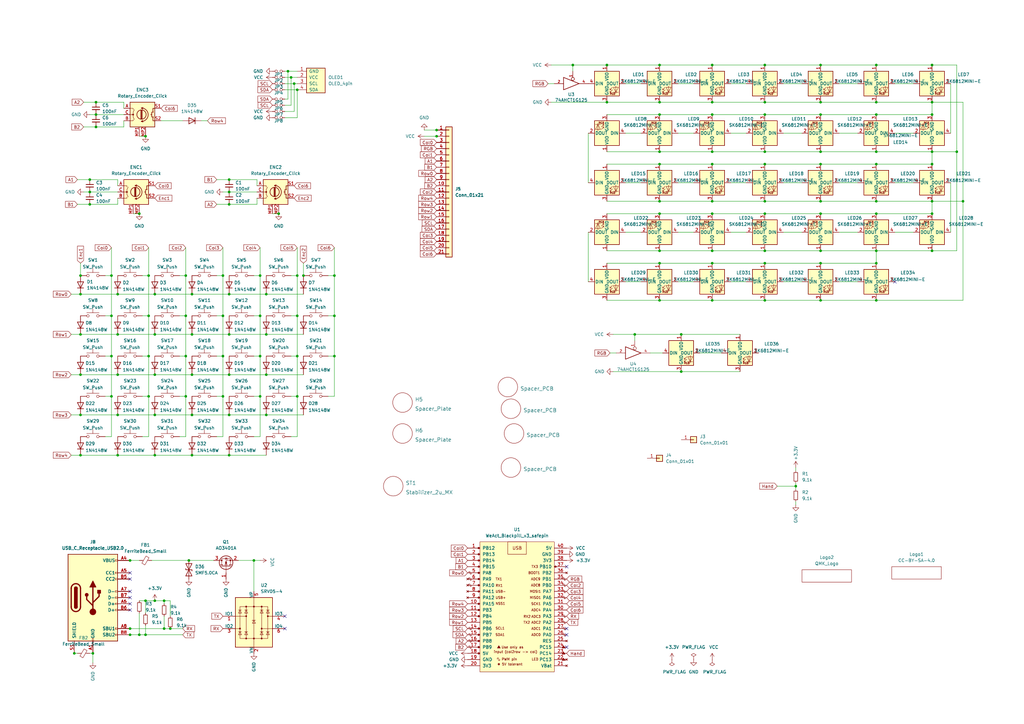
<source format=kicad_sch>
(kicad_sch (version 20211123) (generator eeschema)
  (paper "A3")
  (lib_symbols
    (symbol "74xGxx:74AHCT1G125" (pin_names (offset 1.016))
      (property "Reference" "U" (at -2.54 3.81 0))
      (property "Value" "74AHCT1G125" (at 0 -3.81 0))
      (symbol "74AHCT1G125_1_1"
        (pin input inverted (at 0 5.08 270) (length 3.81) (name "~") (number "1"))
        (pin input line (at -7.62 0 0) (length 3.81) (name "~") (number "2"))
        (pin power_in line (at 1.27 -1.27 270) (length 0) hide (name "GND") (number "3"))
        (pin tri_state line (at 6.35 0 180) (length 3.81) (name "~") (number "4"))
        (pin power_in line (at 1.27 1.27 90) (length 0) hide (name "VCC") (number "5"))
      )
    )
    (symbol "Connector:USB_C_Receptacle_USB2.0" (pin_names (offset 1.016))
      (property "Reference" "J" (at -10.16 19.05 0))
      (property "Value" "USB_C_Receptacle_USB2.0" (at 19.05 19.05 0))
      (symbol "USB_C_Receptacle_USB2.0_1_1"
        (pin passive line (at 0 -22.86 90) (length 5.08) (name "GND") (number "A1"))
        (pin passive line (at 0 -22.86 90) (length 5.08) hide (name "GND") (number "A12"))
        (pin passive line (at 15.24 15.24 180) (length 5.08) (name "VBUS") (number "A4"))
        (pin bidirectional line (at 15.24 10.16 180) (length 5.08) (name "CC1") (number "A5"))
        (pin bidirectional line (at 15.24 -2.54 180) (length 5.08) (name "D+") (number "A6"))
        (pin bidirectional line (at 15.24 2.54 180) (length 5.08) (name "D-") (number "A7"))
        (pin bidirectional line (at 15.24 -12.7 180) (length 5.08) (name "SBU1") (number "A8"))
        (pin passive line (at 15.24 15.24 180) (length 5.08) hide (name "VBUS") (number "A9"))
        (pin passive line (at 0 -22.86 90) (length 5.08) hide (name "GND") (number "B1"))
        (pin passive line (at 0 -22.86 90) (length 5.08) hide (name "GND") (number "B12"))
        (pin passive line (at 15.24 15.24 180) (length 5.08) hide (name "VBUS") (number "B4"))
        (pin bidirectional line (at 15.24 7.62 180) (length 5.08) (name "CC2") (number "B5"))
        (pin bidirectional line (at 15.24 -5.08 180) (length 5.08) (name "D+") (number "B6"))
        (pin bidirectional line (at 15.24 0 180) (length 5.08) (name "D-") (number "B7"))
        (pin bidirectional line (at 15.24 -15.24 180) (length 5.08) (name "SBU2") (number "B8"))
        (pin passive line (at 15.24 15.24 180) (length 5.08) hide (name "VBUS") (number "B9"))
        (pin passive line (at -7.62 -22.86 90) (length 5.08) (name "SHIELD") (number "S1"))
      )
    )
    (symbol "Connector_Generic:Conn_01x01" (pin_names (offset 1.016) hide)
      (property "Reference" "J" (at 0 2.54 0))
      (property "Value" "Conn_01x01" (at 0 -2.54 0))
      (symbol "Conn_01x01_1_1"
        (pin passive line (at -5.08 0 0) (length 3.81) (name "Pin_1") (number "1"))
      )
    )
    (symbol "Connector_Generic:Conn_01x21" (pin_names (offset 1.016) hide)
      (property "Reference" "J" (at 0 27.94 0))
      (property "Value" "Conn_01x21" (at 0 -27.94 0))
      (symbol "Conn_01x21_1_1"
        (pin passive line (at -5.08 25.4 0) (length 3.81) (name "Pin_1") (number "1"))
        (pin passive line (at -5.08 2.54 0) (length 3.81) (name "Pin_10") (number "10"))
        (pin passive line (at -5.08 0 0) (length 3.81) (name "Pin_11") (number "11"))
        (pin passive line (at -5.08 -2.54 0) (length 3.81) (name "Pin_12") (number "12"))
        (pin passive line (at -5.08 -5.08 0) (length 3.81) (name "Pin_13") (number "13"))
        (pin passive line (at -5.08 -7.62 0) (length 3.81) (name "Pin_14") (number "14"))
        (pin passive line (at -5.08 -10.16 0) (length 3.81) (name "Pin_15") (number "15"))
        (pin passive line (at -5.08 -12.7 0) (length 3.81) (name "Pin_16") (number "16"))
        (pin passive line (at -5.08 -15.24 0) (length 3.81) (name "Pin_17") (number "17"))
        (pin passive line (at -5.08 -17.78 0) (length 3.81) (name "Pin_18") (number "18"))
        (pin passive line (at -5.08 -20.32 0) (length 3.81) (name "Pin_19") (number "19"))
        (pin passive line (at -5.08 22.86 0) (length 3.81) (name "Pin_2") (number "2"))
        (pin passive line (at -5.08 -22.86 0) (length 3.81) (name "Pin_20") (number "20"))
        (pin passive line (at -5.08 -25.4 0) (length 3.81) (name "Pin_21") (number "21"))
        (pin passive line (at -5.08 20.32 0) (length 3.81) (name "Pin_3") (number "3"))
        (pin passive line (at -5.08 17.78 0) (length 3.81) (name "Pin_4") (number "4"))
        (pin passive line (at -5.08 15.24 0) (length 3.81) (name "Pin_5") (number "5"))
        (pin passive line (at -5.08 12.7 0) (length 3.81) (name "Pin_6") (number "6"))
        (pin passive line (at -5.08 10.16 0) (length 3.81) (name "Pin_7") (number "7"))
        (pin passive line (at -5.08 7.62 0) (length 3.81) (name "Pin_8") (number "8"))
        (pin passive line (at -5.08 5.08 0) (length 3.81) (name "Pin_9") (number "9"))
      )
    )
    (symbol "Device:C_Small" (pin_numbers hide) (pin_names (offset 0.254) hide)
      (property "Reference" "C" (at 0.254 1.778 0))
      (property "Value" "C_Small" (at 0.254 -2.032 0))
      (symbol "C_Small_1_1"
        (pin passive line (at 0 2.54 270) (length 2.032) (name "~") (number "1"))
        (pin passive line (at 0 -2.54 90) (length 2.032) (name "~") (number "2"))
      )
    )
    (symbol "Device:FerriteBead_Small" (pin_numbers hide) (pin_names (offset 0))
      (property "Reference" "FB" (at 1.905 1.27 0))
      (property "Value" "FerriteBead_Small" (at 1.905 -1.27 0))
      (symbol "FerriteBead_Small_1_1"
        (pin passive line (at 0 2.54 270) (length 1.27) (name "~") (number "1"))
        (pin passive line (at 0 -2.54 90) (length 1.27) (name "~") (number "2"))
      )
    )
    (symbol "Device:Jumper_NO_Small" (pin_numbers hide) (pin_names (offset 0.762) hide)
      (property "Reference" "JP" (at 0 2.032 0))
      (property "Value" "Jumper_NO_Small" (at 0.254 -1.524 0))
      (symbol "Jumper_NO_Small_0_1"
        (pin passive line (at -2.54 0 0) (length 1.016) (name "1") (number "1"))
        (pin passive line (at 2.54 0 180) (length 1.016) (name "2") (number "2"))
      )
    )
    (symbol "Device:R_Small" (pin_numbers hide) (pin_names (offset 0.254) hide)
      (property "Reference" "R" (at 0.762 0.508 0))
      (property "Value" "R_Small" (at 0.762 -1.016 0))
      (symbol "R_Small_1_1"
        (pin passive line (at 0 2.54 270) (length 0.762) (name "~") (number "1"))
        (pin passive line (at 0 -2.54 90) (length 0.762) (name "~") (number "2"))
      )
    )
    (symbol "Diode:1N4148W" (pin_numbers hide) (pin_names (offset 1.016) hide)
      (property "Reference" "D" (at 0 2.54 0))
      (property "Value" "1N4148W" (at 0 -2.54 0))
      (symbol "1N4148W_1_1"
        (pin passive line (at -3.81 0 0) (length 2.54) (name "K") (number "1"))
        (pin passive line (at 3.81 0 180) (length 2.54) (name "A") (number "2"))
      )
    )
    (symbol "Keyboard Common:OLED_4pin" (pin_names (offset 1.016))
      (property "Reference" "OLED" (at 0 5.08 0))
      (property "Value" "OLED_4pin" (at 0 -7.62 0))
      (symbol "OLED_4pin_1_1"
        (pin passive line (at -5.08 2.54 0) (length 3.81) (name "GND") (number "1"))
        (pin passive line (at -5.08 0 0) (length 3.81) (name "VCC") (number "2"))
        (pin passive line (at -5.08 -2.54 0) (length 3.81) (name "SCL") (number "3"))
        (pin passive line (at -5.08 -5.08 0) (length 3.81) (name "SDA") (number "4"))
      )
    )
    (symbol "Keyboard Common:SK6812MINI-E" (pin_names (offset 0.254))
      (property "Reference" "RGB" (at 5.08 5.715 0))
      (symbol "SK6812MINI-E_0_0"
        (text "RGB" (at 2.286 -4.191 0) (effects (font (size 0.762 0.762))))
      )
      (symbol "SK6812MINI-E_1_1"
        (pin power_in line (at 0 7.62 270) (length 2.54) (name "VDD") (number "1"))
        (pin output line (at 7.62 0 180) (length 2.54) (name "DOUT") (number "2"))
        (pin power_in line (at 0 -7.62 90) (length 2.54) (name "GND") (number "3"))
        (pin input line (at -7.62 0 0) (length 2.54) (name "DIN") (number "4"))
      )
    )
    (symbol "Keyboard Common:SMF5.0CA" (pin_numbers hide) (pin_names (offset 1.016) hide)
      (property "Reference" "D39" (at 2.54 0 90))
      (property "Value" "SMF5.0CA" (at 2.54 -2.54 90))
      (symbol "SMF5.0CA_1_1"
        (pin passive line (at -3.81 0 0) (length 2.54) (name "A1") (number "1"))
        (pin passive line (at 3.81 0 180) (length 2.54) (name "A2") (number "2"))
      )
    )
    (symbol "Keyboard Controllers:WeAct_Blackpill_v3_safepin" (pin_names (offset 1.016))
      (property "Reference" "U" (at -12.7 27.94 0))
      (property "Value" "WeAct_Blackpill_v3_safepin" (at 0 2.54 90))
      (symbol "WeAct_Blackpill_v3_safepin_0_0"
        (text "5V tolerant" (at -2.032 -24.765 0) (effects (font (size 0.9906 0.9906))))
        (text "ADC0" (at 7.747 -12.7 0) (effects (font (size 0.9906 0.9906))))
        (text "ADC1" (at 7.747 -10.16 0) (effects (font (size 0.9906 0.9906))))
        (text "ADC2" (at 7.747 -7.62 0) (effects (font (size 0.9906 0.9906))))
        (text "ADC3" (at 7.747 -5.207 0) (effects (font (size 0.9906 0.9906))))
        (text "ADC4" (at 7.747 -2.54 0) (effects (font (size 0.9906 0.9906))))
        (text "ADC8" (at 7.62 7.62 0) (effects (font (size 0.9906 0.9906))))
        (text "ADC9" (at 7.62 10.16 0) (effects (font (size 0.9906 0.9906))))
        (text "BOOT1" (at 6.985 12.7 0) (effects (font (size 0.9906 0.9906))))
        (text "input (col2row -> col)" (at -0.635 -19.685 0) (effects (font (size 0.9906 0.9906))))
        (text "LED" (at 7.366 -22.733 0) (effects (font (size 0.9906 0.9906))))
        (text "MISO1" (at 7.493 2.54 0) (effects (font (size 0.9906 0.9906))))
        (text "MOSI1" (at 7.493 5.08 0) (effects (font (size 0.9906 0.9906))))
        (text "NSS1" (at -6.858 0.127 0) (effects (font (size 0.9906 0.9906))))
        (text "PWM pin" (at -3.175 -22.733 0) (effects (font (size 0.9906 0.9906))))
        (text "RX1" (at -7.366 7.493 0) (effects (font (size 0.9906 0.9906))))
        (text "RX2" (at 4.064 -5.207 0) (effects (font (size 0.9906 0.9906))))
        (text "SCK1" (at 7.747 0 0) (effects (font (size 0.9906 0.9906))))
        (text "SCL1" (at -6.985 -10.033 0) (effects (font (size 0.9906 0.9906))))
        (text "SDA1" (at -6.985 -12.7 0) (effects (font (size 0.9906 0.9906))))
        (text "TX1" (at -7.493 10.16 0) (effects (font (size 0.9906 0.9906))))
        (text "TX2" (at 3.937 -7.62 0) (effects (font (size 0.9906 0.9906))))
        (text "TX3" (at 7.239 15.24 0) (effects (font (size 0.9906 0.9906))))
        (text "USB" (at 0 22.86 0) (effects (font (size 1.27 1.27))))
        (text "USB+" (at -6.731 2.54 0) (effects (font (size 0.9906 0.9906))))
        (text "USB-" (at -6.731 5.08 0) (effects (font (size 0.9906 0.9906))))
        (text "Use only as" (at -1.905 -17.78 0) (effects (font (size 0.9906 0.9906))))
      )
      (symbol "WeAct_Blackpill_v3_safepin_1_1"
        (pin bidirectional line (at -20.32 22.86 0) (length 5.08) (name "PB12") (number "1"))
        (pin bidirectional line (at -20.32 0 0) (length 5.08) (name "PA15") (number "10"))
        (pin bidirectional line (at -20.32 -2.54 0) (length 5.08) (name "PB3") (number "11"))
        (pin bidirectional line (at -20.32 -5.08 0) (length 5.08) (name "PB4") (number "12"))
        (pin bidirectional line (at -20.32 -7.62 0) (length 5.08) (name "PB5") (number "13"))
        (pin bidirectional line (at -20.32 -10.16 0) (length 5.08) (name "PB6") (number "14"))
        (pin bidirectional line (at -20.32 -12.7 0) (length 5.08) (name "PB7") (number "15"))
        (pin bidirectional line (at -20.32 -15.24 0) (length 5.08) (name "PB8") (number "16"))
        (pin bidirectional line (at -20.32 -17.78 0) (length 5.08) (name "PB9") (number "17"))
        (pin power_in line (at -20.32 -20.32 0) (length 5.08) (name "5V") (number "18"))
        (pin power_in line (at -20.32 -22.86 0) (length 5.08) (name "GND") (number "19"))
        (pin bidirectional line (at -20.32 20.32 0) (length 5.08) (name "PB13") (number "2"))
        (pin power_in line (at -20.32 -25.4 0) (length 5.08) (name "3V3") (number "20"))
        (pin no_connect line (at 20.32 -25.4 180) (length 5.08) (name "VBat") (number "21"))
        (pin no_connect line (at 20.32 -22.86 180) (length 5.08) (name "PC13") (number "22"))
        (pin bidirectional line (at 20.32 -20.32 180) (length 5.08) (name "PC14") (number "23"))
        (pin bidirectional line (at 20.32 -17.78 180) (length 5.08) (name "PC15") (number "24"))
        (pin no_connect line (at 20.32 -15.24 180) (length 5.08) (name "RES") (number "25"))
        (pin bidirectional line (at 20.32 -12.7 180) (length 5.08) (name "PA0") (number "26"))
        (pin bidirectional line (at 20.32 -10.16 180) (length 5.08) (name "PA1") (number "27"))
        (pin bidirectional line (at 20.32 -7.62 180) (length 5.08) (name "PA2") (number "28"))
        (pin bidirectional line (at 20.32 -5.08 180) (length 5.08) (name "PA3") (number "29"))
        (pin bidirectional line (at -20.32 17.78 0) (length 5.08) (name "PB14") (number "3"))
        (pin bidirectional line (at 20.32 -2.54 180) (length 5.08) (name "PA4") (number "30"))
        (pin bidirectional line (at 20.32 0 180) (length 5.08) (name "PA5") (number "31"))
        (pin bidirectional line (at 20.32 2.54 180) (length 5.08) (name "PA6") (number "32"))
        (pin bidirectional line (at 20.32 5.08 180) (length 5.08) (name "PA7") (number "33"))
        (pin bidirectional line (at 20.32 7.62 180) (length 5.08) (name "PB0") (number "34"))
        (pin bidirectional line (at 20.32 10.16 180) (length 5.08) (name "PB1") (number "35"))
        (pin no_connect line (at 20.32 12.7 180) (length 5.08) (name "PB2") (number "36"))
        (pin bidirectional line (at 20.32 15.24 180) (length 5.08) (name "PB10") (number "37"))
        (pin power_in line (at 20.32 17.78 180) (length 5.08) (name "3V3") (number "38"))
        (pin power_in line (at 20.32 20.32 180) (length 5.08) (name "GND") (number "39"))
        (pin bidirectional line (at -20.32 15.24 0) (length 5.08) (name "PB15") (number "4"))
        (pin power_in line (at 20.32 22.86 180) (length 5.08) (name "5V") (number "40"))
        (pin bidirectional line (at -20.32 12.7 0) (length 5.08) (name "PA8") (number "5"))
        (pin no_connect line (at -20.32 10.16 0) (length 5.08) (name "PA9") (number "6"))
        (pin no_connect line (at -20.32 7.62 0) (length 5.08) (name "PA10") (number "7"))
        (pin no_connect line (at -20.32 5.08 0) (length 5.08) (name "PA11") (number "8"))
        (pin no_connect line (at -20.32 2.54 0) (length 5.08) (name "PA12") (number "9"))
      )
    )
    (symbol "Keyboard Switches:Rotary_Encoder_Click" (pin_names (offset 0.254) hide)
      (property "Reference" "ENC" (at 0 6.604 0))
      (property "Value" "Rotary_Encoder_Click" (at 0 8.89 0))
      (symbol "Rotary_Encoder_Click_1_1"
        (pin passive line (at -7.62 2.54 0) (length 2.54) (name "A") (number "A"))
        (pin passive line (at -7.62 -2.54 0) (length 2.54) (name "B") (number "B"))
        (pin passive line (at -7.62 0 0) (length 2.54) (name "C") (number "C"))
        (pin power_in line (at -1.27 -8.89 90) (length 3.7084) (name "GND") (number "MP1"))
        (pin power_in line (at 1.27 -8.89 90) (length 3.7592) (name "GND") (number "MP2"))
        (pin passive line (at 7.62 2.54 180) (length 2.54) (name "S1") (number "S1"))
        (pin passive line (at 7.62 -2.54 180) (length 2.54) (name "S2") (number "S2"))
      )
    )
    (symbol "Keyboard Switches:SW_MX_HotSwap_Reversible" (pin_numbers hide) (pin_names (offset 1.016) hide)
      (property "Reference" "SW" (at 1.27 2.54 0))
      (property "Value" "SW_MX_HotSwap_Reversible" (at 0 -1.524 0))
      (symbol "SW_MX_HotSwap_Reversible_0_1"
        (pin passive line (at -5.08 0 0) (length 2.54) (name "1") (number "1"))
        (pin passive line (at 5.08 0 180) (length 2.54) (name "2") (number "2"))
      )
    )
    (symbol "Keyboard Switches:Stabilizer_2u_MX" (pin_names (offset 1.016))
      (property "Reference" "ST1" (at 0 -1.27 0))
      (property "Value" "Stabilizer_2u_MX" (at 0 1.27 0))
    )
    (symbol "Keyboard_Plate:Spacer_PCB" (pin_names (offset 1.016))
      (property "Value" "Spacer_PCB" (at 0 1.27 0))
    )
    (symbol "Keyboard_Plate:Spacer_Plate" (pin_names (offset 1.016))
      (property "Reference" "H1" (at 4.7244 1.3462 0))
      (property "Value" "Spacer_Plate" (at 4.7244 -1.3462 0))
    )
    (symbol "Logotypes:CC-BY-SA-4.0" (pin_names (offset 1.016))
      (property "Reference" "Logo" (at 0 1.27 0))
      (property "Value" "CC-BY-SA-4.0" (at 0 -1.27 0))
    )
    (symbol "Logotypes:QMK_Logo" (pin_numbers hide) (pin_names (offset 0) hide) (in_bom no)
      (property "Reference" "Logo" (at 0 0 0))
      (property "Value" "QMK_Logo" (at 0 2.54 0))
    )
    (symbol "Power_Protection:SRV05-4" (pin_names (offset 0))
      (property "Reference" "U" (at -5.08 11.43 0))
      (property "Value" "SRV05-4" (at 2.54 11.43 0))
      (symbol "SRV05-4_1_1"
        (pin passive line (at -12.7 2.54 0) (length 5.08) (name "IO1") (number "1"))
        (pin passive line (at 0 -12.7 90) (length 2.54) (name "VN") (number "2"))
        (pin passive line (at -12.7 -2.54 0) (length 5.08) (name "IO2") (number "3"))
        (pin passive line (at 12.7 2.54 180) (length 5.08) (name "IO3") (number "4"))
        (pin passive line (at 0 12.7 270) (length 2.54) (name "VP") (number "5"))
        (pin passive line (at 12.7 -2.54 180) (length 5.08) (name "IO4") (number "6"))
      )
    )
    (symbol "SK6812MINI-E_1" (pin_names (offset 0.254))
      (property "Reference" "RGB" (at 5.08 5.715 0))
      (symbol "SK6812MINI-E_1_0_0"
        (text "RGB" (at 2.286 -4.191 0) (effects (font (size 0.762 0.762))))
      )
      (symbol "SK6812MINI-E_1_1_1"
        (pin power_in line (at 0 7.62 270) (length 2.54) (name "VDD") (number "1"))
        (pin output line (at 7.62 0 180) (length 2.54) (name "DOUT") (number "2"))
        (pin power_in line (at 0 -7.62 90) (length 2.54) (name "GND") (number "3"))
        (pin input line (at -7.62 0 0) (length 2.54) (name "DIN") (number "4"))
      )
    )
    (symbol "SK6812MINI-E_10" (pin_names (offset 0.254))
      (property "Reference" "RGB" (at 5.08 5.715 0))
      (symbol "SK6812MINI-E_10_0_0"
        (text "RGB" (at 2.286 -4.191 0) (effects (font (size 0.762 0.762))))
      )
      (symbol "SK6812MINI-E_10_1_1"
        (pin power_in line (at 0 7.62 270) (length 2.54) (name "VDD") (number "1"))
        (pin output line (at 7.62 0 180) (length 2.54) (name "DOUT") (number "2"))
        (pin power_in line (at 0 -7.62 90) (length 2.54) (name "GND") (number "3"))
        (pin input line (at -7.62 0 0) (length 2.54) (name "DIN") (number "4"))
      )
    )
    (symbol "SK6812MINI-E_11" (pin_names (offset 0.254))
      (property "Reference" "RGB" (at 5.08 5.715 0))
      (symbol "SK6812MINI-E_11_0_0"
        (text "RGB" (at 2.286 -4.191 0) (effects (font (size 0.762 0.762))))
      )
      (symbol "SK6812MINI-E_11_1_1"
        (pin power_in line (at 0 7.62 270) (length 2.54) (name "VDD") (number "1"))
        (pin output line (at 7.62 0 180) (length 2.54) (name "DOUT") (number "2"))
        (pin power_in line (at 0 -7.62 90) (length 2.54) (name "GND") (number "3"))
        (pin input line (at -7.62 0 0) (length 2.54) (name "DIN") (number "4"))
      )
    )
    (symbol "SK6812MINI-E_12" (pin_names (offset 0.254))
      (property "Reference" "RGB" (at 5.08 5.715 0))
      (symbol "SK6812MINI-E_12_0_0"
        (text "RGB" (at 2.286 -4.191 0) (effects (font (size 0.762 0.762))))
      )
      (symbol "SK6812MINI-E_12_1_1"
        (pin power_in line (at 0 7.62 270) (length 2.54) (name "VDD") (number "1"))
        (pin output line (at 7.62 0 180) (length 2.54) (name "DOUT") (number "2"))
        (pin power_in line (at 0 -7.62 90) (length 2.54) (name "GND") (number "3"))
        (pin input line (at -7.62 0 0) (length 2.54) (name "DIN") (number "4"))
      )
    )
    (symbol "SK6812MINI-E_13" (pin_names (offset 0.254))
      (property "Reference" "RGB" (at 5.08 5.715 0))
      (symbol "SK6812MINI-E_13_0_0"
        (text "RGB" (at 2.286 -4.191 0) (effects (font (size 0.762 0.762))))
      )
      (symbol "SK6812MINI-E_13_1_1"
        (pin power_in line (at 0 7.62 270) (length 2.54) (name "VDD") (number "1"))
        (pin output line (at 7.62 0 180) (length 2.54) (name "DOUT") (number "2"))
        (pin power_in line (at 0 -7.62 90) (length 2.54) (name "GND") (number "3"))
        (pin input line (at -7.62 0 0) (length 2.54) (name "DIN") (number "4"))
      )
    )
    (symbol "SK6812MINI-E_14" (pin_names (offset 0.254))
      (property "Reference" "RGB" (at 5.08 5.715 0))
      (symbol "SK6812MINI-E_14_0_0"
        (text "RGB" (at 2.286 -4.191 0) (effects (font (size 0.762 0.762))))
      )
      (symbol "SK6812MINI-E_14_1_1"
        (pin power_in line (at 0 7.62 270) (length 2.54) (name "VDD") (number "1"))
        (pin output line (at 7.62 0 180) (length 2.54) (name "DOUT") (number "2"))
        (pin power_in line (at 0 -7.62 90) (length 2.54) (name "GND") (number "3"))
        (pin input line (at -7.62 0 0) (length 2.54) (name "DIN") (number "4"))
      )
    )
    (symbol "SK6812MINI-E_15" (pin_names (offset 0.254))
      (property "Reference" "RGB" (at 5.08 5.715 0))
      (symbol "SK6812MINI-E_15_0_0"
        (text "RGB" (at 2.286 -4.191 0) (effects (font (size 0.762 0.762))))
      )
      (symbol "SK6812MINI-E_15_1_1"
        (pin power_in line (at 0 7.62 270) (length 2.54) (name "VDD") (number "1"))
        (pin output line (at 7.62 0 180) (length 2.54) (name "DOUT") (number "2"))
        (pin power_in line (at 0 -7.62 90) (length 2.54) (name "GND") (number "3"))
        (pin input line (at -7.62 0 0) (length 2.54) (name "DIN") (number "4"))
      )
    )
    (symbol "SK6812MINI-E_16" (pin_names (offset 0.254))
      (property "Reference" "RGB" (at 5.08 5.715 0))
      (symbol "SK6812MINI-E_16_0_0"
        (text "RGB" (at 2.286 -4.191 0) (effects (font (size 0.762 0.762))))
      )
      (symbol "SK6812MINI-E_16_1_1"
        (pin power_in line (at 0 7.62 270) (length 2.54) (name "VDD") (number "1"))
        (pin output line (at 7.62 0 180) (length 2.54) (name "DOUT") (number "2"))
        (pin power_in line (at 0 -7.62 90) (length 2.54) (name "GND") (number "3"))
        (pin input line (at -7.62 0 0) (length 2.54) (name "DIN") (number "4"))
      )
    )
    (symbol "SK6812MINI-E_17" (pin_names (offset 0.254))
      (property "Reference" "RGB" (at 5.08 5.715 0))
      (symbol "SK6812MINI-E_17_0_0"
        (text "RGB" (at 2.286 -4.191 0) (effects (font (size 0.762 0.762))))
      )
      (symbol "SK6812MINI-E_17_1_1"
        (pin power_in line (at 0 7.62 270) (length 2.54) (name "VDD") (number "1"))
        (pin output line (at 7.62 0 180) (length 2.54) (name "DOUT") (number "2"))
        (pin power_in line (at 0 -7.62 90) (length 2.54) (name "GND") (number "3"))
        (pin input line (at -7.62 0 0) (length 2.54) (name "DIN") (number "4"))
      )
    )
    (symbol "SK6812MINI-E_18" (pin_names (offset 0.254))
      (property "Reference" "RGB" (at 5.08 5.715 0))
      (symbol "SK6812MINI-E_18_0_0"
        (text "RGB" (at 2.286 -4.191 0) (effects (font (size 0.762 0.762))))
      )
      (symbol "SK6812MINI-E_18_1_1"
        (pin power_in line (at 0 7.62 270) (length 2.54) (name "VDD") (number "1"))
        (pin output line (at 7.62 0 180) (length 2.54) (name "DOUT") (number "2"))
        (pin power_in line (at 0 -7.62 90) (length 2.54) (name "GND") (number "3"))
        (pin input line (at -7.62 0 0) (length 2.54) (name "DIN") (number "4"))
      )
    )
    (symbol "SK6812MINI-E_19" (pin_names (offset 0.254))
      (property "Reference" "RGB" (at 5.08 5.715 0))
      (symbol "SK6812MINI-E_19_0_0"
        (text "RGB" (at 2.286 -4.191 0) (effects (font (size 0.762 0.762))))
      )
      (symbol "SK6812MINI-E_19_1_1"
        (pin power_in line (at 0 7.62 270) (length 2.54) (name "VDD") (number "1"))
        (pin output line (at 7.62 0 180) (length 2.54) (name "DOUT") (number "2"))
        (pin power_in line (at 0 -7.62 90) (length 2.54) (name "GND") (number "3"))
        (pin input line (at -7.62 0 0) (length 2.54) (name "DIN") (number "4"))
      )
    )
    (symbol "SK6812MINI-E_2" (pin_names (offset 0.254))
      (property "Reference" "RGB" (at 5.08 5.715 0))
      (symbol "SK6812MINI-E_2_0_0"
        (text "RGB" (at 2.286 -4.191 0) (effects (font (size 0.762 0.762))))
      )
      (symbol "SK6812MINI-E_2_1_1"
        (pin power_in line (at 0 7.62 270) (length 2.54) (name "VDD") (number "1"))
        (pin output line (at 7.62 0 180) (length 2.54) (name "DOUT") (number "2"))
        (pin power_in line (at 0 -7.62 90) (length 2.54) (name "GND") (number "3"))
        (pin input line (at -7.62 0 0) (length 2.54) (name "DIN") (number "4"))
      )
    )
    (symbol "SK6812MINI-E_20" (pin_names (offset 0.254))
      (property "Reference" "RGB" (at 5.08 5.715 0))
      (symbol "SK6812MINI-E_20_0_0"
        (text "RGB" (at 2.286 -4.191 0) (effects (font (size 0.762 0.762))))
      )
      (symbol "SK6812MINI-E_20_1_1"
        (pin power_in line (at 0 7.62 270) (length 2.54) (name "VDD") (number "1"))
        (pin output line (at 7.62 0 180) (length 2.54) (name "DOUT") (number "2"))
        (pin power_in line (at 0 -7.62 90) (length 2.54) (name "GND") (number "3"))
        (pin input line (at -7.62 0 0) (length 2.54) (name "DIN") (number "4"))
      )
    )
    (symbol "SK6812MINI-E_21" (pin_names (offset 0.254))
      (property "Reference" "RGB" (at 5.08 5.715 0))
      (symbol "SK6812MINI-E_21_0_0"
        (text "RGB" (at 2.286 -4.191 0) (effects (font (size 0.762 0.762))))
      )
      (symbol "SK6812MINI-E_21_1_1"
        (pin power_in line (at 0 7.62 270) (length 2.54) (name "VDD") (number "1"))
        (pin output line (at 7.62 0 180) (length 2.54) (name "DOUT") (number "2"))
        (pin power_in line (at 0 -7.62 90) (length 2.54) (name "GND") (number "3"))
        (pin input line (at -7.62 0 0) (length 2.54) (name "DIN") (number "4"))
      )
    )
    (symbol "SK6812MINI-E_22" (pin_names (offset 0.254))
      (property "Reference" "RGB" (at 5.08 5.715 0))
      (symbol "SK6812MINI-E_22_0_0"
        (text "RGB" (at 2.286 -4.191 0) (effects (font (size 0.762 0.762))))
      )
      (symbol "SK6812MINI-E_22_1_1"
        (pin power_in line (at 0 7.62 270) (length 2.54) (name "VDD") (number "1"))
        (pin output line (at 7.62 0 180) (length 2.54) (name "DOUT") (number "2"))
        (pin power_in line (at 0 -7.62 90) (length 2.54) (name "GND") (number "3"))
        (pin input line (at -7.62 0 0) (length 2.54) (name "DIN") (number "4"))
      )
    )
    (symbol "SK6812MINI-E_23" (pin_names (offset 0.254))
      (property "Reference" "RGB" (at 5.08 5.715 0))
      (symbol "SK6812MINI-E_23_0_0"
        (text "RGB" (at 2.286 -4.191 0) (effects (font (size 0.762 0.762))))
      )
      (symbol "SK6812MINI-E_23_1_1"
        (pin power_in line (at 0 7.62 270) (length 2.54) (name "VDD") (number "1"))
        (pin output line (at 7.62 0 180) (length 2.54) (name "DOUT") (number "2"))
        (pin power_in line (at 0 -7.62 90) (length 2.54) (name "GND") (number "3"))
        (pin input line (at -7.62 0 0) (length 2.54) (name "DIN") (number "4"))
      )
    )
    (symbol "SK6812MINI-E_24" (pin_names (offset 0.254))
      (property "Reference" "RGB" (at 5.08 5.715 0))
      (symbol "SK6812MINI-E_24_0_0"
        (text "RGB" (at 2.286 -4.191 0) (effects (font (size 0.762 0.762))))
      )
      (symbol "SK6812MINI-E_24_1_1"
        (pin power_in line (at 0 7.62 270) (length 2.54) (name "VDD") (number "1"))
        (pin output line (at 7.62 0 180) (length 2.54) (name "DOUT") (number "2"))
        (pin power_in line (at 0 -7.62 90) (length 2.54) (name "GND") (number "3"))
        (pin input line (at -7.62 0 0) (length 2.54) (name "DIN") (number "4"))
      )
    )
    (symbol "SK6812MINI-E_25" (pin_names (offset 0.254))
      (property "Reference" "RGB" (at 5.08 5.715 0))
      (symbol "SK6812MINI-E_25_0_0"
        (text "RGB" (at 2.286 -4.191 0) (effects (font (size 0.762 0.762))))
      )
      (symbol "SK6812MINI-E_25_1_1"
        (pin power_in line (at 0 7.62 270) (length 2.54) (name "VDD") (number "1"))
        (pin output line (at 7.62 0 180) (length 2.54) (name "DOUT") (number "2"))
        (pin power_in line (at 0 -7.62 90) (length 2.54) (name "GND") (number "3"))
        (pin input line (at -7.62 0 0) (length 2.54) (name "DIN") (number "4"))
      )
    )
    (symbol "SK6812MINI-E_26" (pin_names (offset 0.254))
      (property "Reference" "RGB" (at 5.08 5.715 0))
      (symbol "SK6812MINI-E_26_0_0"
        (text "RGB" (at 2.286 -4.191 0) (effects (font (size 0.762 0.762))))
      )
      (symbol "SK6812MINI-E_26_1_1"
        (pin power_in line (at 0 7.62 270) (length 2.54) (name "VDD") (number "1"))
        (pin output line (at 7.62 0 180) (length 2.54) (name "DOUT") (number "2"))
        (pin power_in line (at 0 -7.62 90) (length 2.54) (name "GND") (number "3"))
        (pin input line (at -7.62 0 0) (length 2.54) (name "DIN") (number "4"))
      )
    )
    (symbol "SK6812MINI-E_27" (pin_names (offset 0.254))
      (property "Reference" "RGB" (at 5.08 5.715 0))
      (symbol "SK6812MINI-E_27_0_0"
        (text "RGB" (at 2.286 -4.191 0) (effects (font (size 0.762 0.762))))
      )
      (symbol "SK6812MINI-E_27_1_1"
        (pin power_in line (at 0 7.62 270) (length 2.54) (name "VDD") (number "1"))
        (pin output line (at 7.62 0 180) (length 2.54) (name "DOUT") (number "2"))
        (pin power_in line (at 0 -7.62 90) (length 2.54) (name "GND") (number "3"))
        (pin input line (at -7.62 0 0) (length 2.54) (name "DIN") (number "4"))
      )
    )
    (symbol "SK6812MINI-E_28" (pin_names (offset 0.254))
      (property "Reference" "RGB" (at 5.08 5.715 0))
      (symbol "SK6812MINI-E_28_0_0"
        (text "RGB" (at 2.286 -4.191 0) (effects (font (size 0.762 0.762))))
      )
      (symbol "SK6812MINI-E_28_1_1"
        (pin power_in line (at 0 7.62 270) (length 2.54) (name "VDD") (number "1"))
        (pin output line (at 7.62 0 180) (length 2.54) (name "DOUT") (number "2"))
        (pin power_in line (at 0 -7.62 90) (length 2.54) (name "GND") (number "3"))
        (pin input line (at -7.62 0 0) (length 2.54) (name "DIN") (number "4"))
      )
    )
    (symbol "SK6812MINI-E_29" (pin_names (offset 0.254))
      (property "Reference" "RGB" (at 5.08 5.715 0))
      (symbol "SK6812MINI-E_29_0_0"
        (text "RGB" (at 2.286 -4.191 0) (effects (font (size 0.762 0.762))))
      )
      (symbol "SK6812MINI-E_29_1_1"
        (pin power_in line (at 0 7.62 270) (length 2.54) (name "VDD") (number "1"))
        (pin output line (at 7.62 0 180) (length 2.54) (name "DOUT") (number "2"))
        (pin power_in line (at 0 -7.62 90) (length 2.54) (name "GND") (number "3"))
        (pin input line (at -7.62 0 0) (length 2.54) (name "DIN") (number "4"))
      )
    )
    (symbol "SK6812MINI-E_3" (pin_names (offset 0.254))
      (property "Reference" "RGB" (at 5.08 5.715 0))
      (symbol "SK6812MINI-E_3_0_0"
        (text "RGB" (at 2.286 -4.191 0) (effects (font (size 0.762 0.762))))
      )
      (symbol "SK6812MINI-E_3_1_1"
        (pin power_in line (at 0 7.62 270) (length 2.54) (name "VDD") (number "1"))
        (pin output line (at 7.62 0 180) (length 2.54) (name "DOUT") (number "2"))
        (pin power_in line (at 0 -7.62 90) (length 2.54) (name "GND") (number "3"))
        (pin input line (at -7.62 0 0) (length 2.54) (name "DIN") (number "4"))
      )
    )
    (symbol "SK6812MINI-E_30" (pin_names (offset 0.254))
      (property "Reference" "RGB" (at 5.08 5.715 0))
      (symbol "SK6812MINI-E_30_0_0"
        (text "RGB" (at 2.286 -4.191 0) (effects (font (size 0.762 0.762))))
      )
      (symbol "SK6812MINI-E_30_1_1"
        (pin power_in line (at 0 7.62 270) (length 2.54) (name "VDD") (number "1"))
        (pin output line (at 7.62 0 180) (length 2.54) (name "DOUT") (number "2"))
        (pin power_in line (at 0 -7.62 90) (length 2.54) (name "GND") (number "3"))
        (pin input line (at -7.62 0 0) (length 2.54) (name "DIN") (number "4"))
      )
    )
    (symbol "SK6812MINI-E_31" (pin_names (offset 0.254))
      (property "Reference" "RGB" (at 5.08 5.715 0))
      (symbol "SK6812MINI-E_31_0_0"
        (text "RGB" (at 2.286 -4.191 0) (effects (font (size 0.762 0.762))))
      )
      (symbol "SK6812MINI-E_31_1_1"
        (pin power_in line (at 0 7.62 270) (length 2.54) (name "VDD") (number "1"))
        (pin output line (at 7.62 0 180) (length 2.54) (name "DOUT") (number "2"))
        (pin power_in line (at 0 -7.62 90) (length 2.54) (name "GND") (number "3"))
        (pin input line (at -7.62 0 0) (length 2.54) (name "DIN") (number "4"))
      )
    )
    (symbol "SK6812MINI-E_32" (pin_names (offset 0.254))
      (property "Reference" "RGB" (at 5.08 5.715 0))
      (symbol "SK6812MINI-E_32_0_0"
        (text "RGB" (at 2.286 -4.191 0) (effects (font (size 0.762 0.762))))
      )
      (symbol "SK6812MINI-E_32_1_1"
        (pin power_in line (at 0 7.62 270) (length 2.54) (name "VDD") (number "1"))
        (pin output line (at 7.62 0 180) (length 2.54) (name "DOUT") (number "2"))
        (pin power_in line (at 0 -7.62 90) (length 2.54) (name "GND") (number "3"))
        (pin input line (at -7.62 0 0) (length 2.54) (name "DIN") (number "4"))
      )
    )
    (symbol "SK6812MINI-E_33" (pin_names (offset 0.254))
      (property "Reference" "RGB" (at 5.08 5.715 0))
      (symbol "SK6812MINI-E_33_0_0"
        (text "RGB" (at 2.286 -4.191 0) (effects (font (size 0.762 0.762))))
      )
      (symbol "SK6812MINI-E_33_1_1"
        (pin power_in line (at 0 7.62 270) (length 2.54) (name "VDD") (number "1"))
        (pin output line (at 7.62 0 180) (length 2.54) (name "DOUT") (number "2"))
        (pin power_in line (at 0 -7.62 90) (length 2.54) (name "GND") (number "3"))
        (pin input line (at -7.62 0 0) (length 2.54) (name "DIN") (number "4"))
      )
    )
    (symbol "SK6812MINI-E_4" (pin_names (offset 0.254))
      (property "Reference" "RGB" (at 5.08 5.715 0))
      (symbol "SK6812MINI-E_4_0_0"
        (text "RGB" (at 2.286 -4.191 0) (effects (font (size 0.762 0.762))))
      )
      (symbol "SK6812MINI-E_4_1_1"
        (pin power_in line (at 0 7.62 270) (length 2.54) (name "VDD") (number "1"))
        (pin output line (at 7.62 0 180) (length 2.54) (name "DOUT") (number "2"))
        (pin power_in line (at 0 -7.62 90) (length 2.54) (name "GND") (number "3"))
        (pin input line (at -7.62 0 0) (length 2.54) (name "DIN") (number "4"))
      )
    )
    (symbol "SK6812MINI-E_5" (pin_names (offset 0.254))
      (property "Reference" "RGB" (at 5.08 5.715 0))
      (symbol "SK6812MINI-E_5_0_0"
        (text "RGB" (at 2.286 -4.191 0) (effects (font (size 0.762 0.762))))
      )
      (symbol "SK6812MINI-E_5_1_1"
        (pin power_in line (at 0 7.62 270) (length 2.54) (name "VDD") (number "1"))
        (pin output line (at 7.62 0 180) (length 2.54) (name "DOUT") (number "2"))
        (pin power_in line (at 0 -7.62 90) (length 2.54) (name "GND") (number "3"))
        (pin input line (at -7.62 0 0) (length 2.54) (name "DIN") (number "4"))
      )
    )
    (symbol "SK6812MINI-E_6" (pin_names (offset 0.254))
      (property "Reference" "RGB" (at 5.08 5.715 0))
      (symbol "SK6812MINI-E_6_0_0"
        (text "RGB" (at 2.286 -4.191 0) (effects (font (size 0.762 0.762))))
      )
      (symbol "SK6812MINI-E_6_1_1"
        (pin power_in line (at 0 7.62 270) (length 2.54) (name "VDD") (number "1"))
        (pin output line (at 7.62 0 180) (length 2.54) (name "DOUT") (number "2"))
        (pin power_in line (at 0 -7.62 90) (length 2.54) (name "GND") (number "3"))
        (pin input line (at -7.62 0 0) (length 2.54) (name "DIN") (number "4"))
      )
    )
    (symbol "SK6812MINI-E_7" (pin_names (offset 0.254))
      (property "Reference" "RGB" (at 5.08 5.715 0))
      (symbol "SK6812MINI-E_7_0_0"
        (text "RGB" (at 2.286 -4.191 0) (effects (font (size 0.762 0.762))))
      )
      (symbol "SK6812MINI-E_7_1_1"
        (pin power_in line (at 0 7.62 270) (length 2.54) (name "VDD") (number "1"))
        (pin output line (at 7.62 0 180) (length 2.54) (name "DOUT") (number "2"))
        (pin power_in line (at 0 -7.62 90) (length 2.54) (name "GND") (number "3"))
        (pin input line (at -7.62 0 0) (length 2.54) (name "DIN") (number "4"))
      )
    )
    (symbol "SK6812MINI-E_8" (pin_names (offset 0.254))
      (property "Reference" "RGB" (at 5.08 5.715 0))
      (symbol "SK6812MINI-E_8_0_0"
        (text "RGB" (at 2.286 -4.191 0) (effects (font (size 0.762 0.762))))
      )
      (symbol "SK6812MINI-E_8_1_1"
        (pin power_in line (at 0 7.62 270) (length 2.54) (name "VDD") (number "1"))
        (pin output line (at 7.62 0 180) (length 2.54) (name "DOUT") (number "2"))
        (pin power_in line (at 0 -7.62 90) (length 2.54) (name "GND") (number "3"))
        (pin input line (at -7.62 0 0) (length 2.54) (name "DIN") (number "4"))
      )
    )
    (symbol "SK6812MINI-E_9" (pin_names (offset 0.254))
      (property "Reference" "RGB" (at 5.08 5.715 0))
      (symbol "SK6812MINI-E_9_0_0"
        (text "RGB" (at 2.286 -4.191 0) (effects (font (size 0.762 0.762))))
      )
      (symbol "SK6812MINI-E_9_1_1"
        (pin power_in line (at 0 7.62 270) (length 2.54) (name "VDD") (number "1"))
        (pin output line (at 7.62 0 180) (length 2.54) (name "DOUT") (number "2"))
        (pin power_in line (at 0 -7.62 90) (length 2.54) (name "GND") (number "3"))
        (pin input line (at -7.62 0 0) (length 2.54) (name "DIN") (number "4"))
      )
    )
    (symbol "Transistor_FET:AO3401A" (pin_names hide)
      (property "Reference" "Q" (at 5.08 1.905 0))
      (property "Value" "AO3401A" (at 5.08 0 0))
      (symbol "AO3401A_1_1"
        (pin input line (at -5.08 0 0) (length 2.54) (name "G") (number "1"))
        (pin passive line (at 2.54 -5.08 90) (length 2.54) (name "S") (number "2"))
        (pin passive line (at 2.54 5.08 270) (length 2.54) (name "D") (number "3"))
      )
    )
    (symbol "power:+3.3V" (power) (pin_names (offset 0))
      (property "Value" "+3.3V" (at 0 3.556 0))
      (symbol "+3.3V_1_1"
        (pin power_in line (at 0 0 90) (length 0) hide (name "+3.3V") (number "1"))
      )
    )
    (symbol "power:GND" (power) (pin_names (offset 0))
      (property "Value" "GND" (at 0 -3.81 0))
      (symbol "GND_1_1"
        (pin power_in line (at 0 0 270) (length 0) hide (name "GND") (number "1"))
      )
    )
    (symbol "power:PWR_FLAG" (power) (pin_numbers hide) (pin_names (offset 0) hide)
      (property "Value" "PWR_FLAG" (at 0 3.81 0))
      (symbol "PWR_FLAG_0_0"
        (pin power_out line (at 0 0 90) (length 0) (name "pwr") (number "1"))
      )
    )
    (symbol "power:VCC" (power) (pin_names (offset 0))
      (property "Value" "VCC" (at 0 3.81 0))
      (symbol "VCC_1_1"
        (pin power_in line (at 0 0 90) (length 0) hide (name "VCC") (number "1"))
      )
    )
  )
  (junction (at 78.74 186.69))
  (junction (at 313.69 87.63))
  (junction (at 326.39 199.39))
  (junction (at 93.98 137.16))
  (junction (at 124.46 113.03))
  (junction (at 179.07 53.34))
  (junction (at 292.1 26.67))
  (junction (at 179.07 55.88))
  (junction (at 76.2 113.03))
  (junction (at 336.55 87.63))
  (junction (at 69.85 257.81))
  (junction (at 359.41 26.67))
  (junction (at 59.69 260.35))
  (junction (at 137.16 146.05))
  (junction (at 45.72 162.56))
  (junction (at 313.69 46.99))
  (junction (at 60.96 146.05))
  (junction (at 292.1 123.19))
  (junction (at 279.4 152.4))
  (junction (at 48.26 153.67))
  (junction (at 270.51 26.67))
  (junction (at 33.02 113.03))
  (junction (at 119.38 31.75))
  (junction (at 118.11 29.21))
  (junction (at 292.1 82.55))
  (junction (at 33.02 153.67))
  (junction (at 33.02 137.16))
  (junction (at 39.37 46.99))
  (junction (at 63.5 170.18))
  (junction (at 292.1 107.95))
  (junction (at 76.2 162.56))
  (junction (at 382.27 82.55))
  (junction (at 78.74 153.67))
  (junction (at 106.68 162.56))
  (junction (at 359.41 67.31))
  (junction (at 382.27 87.63))
  (junction (at 359.41 82.55))
  (junction (at 121.92 129.54))
  (junction (at 336.55 123.19))
  (junction (at 36.83 73.66))
  (junction (at 313.69 67.31))
  (junction (at 53.34 257.81))
  (junction (at 121.92 36.83))
  (junction (at 120.65 34.29))
  (junction (at 137.16 113.03))
  (junction (at 292.1 46.99))
  (junction (at 76.2 129.54))
  (junction (at 48.26 186.69))
  (junction (at 67.31 257.81))
  (junction (at 93.98 153.67))
  (junction (at 33.02 170.18))
  (junction (at 336.55 107.95))
  (junction (at 137.16 129.54))
  (junction (at 77.47 229.87))
  (junction (at 60.96 129.54))
  (junction (at 382.27 46.99))
  (junction (at 36.83 83.82))
  (junction (at 270.51 41.91))
  (junction (at 45.72 146.05))
  (junction (at 260.35 137.16))
  (junction (at 48.26 137.16))
  (junction (at 45.72 113.03))
  (junction (at 336.55 67.31))
  (junction (at 292.1 102.87))
  (junction (at 270.51 46.99))
  (junction (at 33.02 186.69))
  (junction (at 78.74 170.18))
  (junction (at 382.27 62.23))
  (junction (at 59.69 246.38))
  (junction (at 93.98 186.69))
  (junction (at 336.55 41.91))
  (junction (at 63.5 246.38))
  (junction (at 93.98 78.74))
  (junction (at 292.1 62.23))
  (junction (at 313.69 41.91))
  (junction (at 67.31 246.38))
  (junction (at 270.51 62.23))
  (junction (at 336.55 102.87))
  (junction (at 59.69 55.88))
  (junction (at 234.95 26.67))
  (junction (at 48.26 170.18))
  (junction (at 63.5 186.69))
  (junction (at 313.69 26.67))
  (junction (at 33.02 120.65))
  (junction (at 63.5 153.67))
  (junction (at 78.74 137.16))
  (junction (at 93.98 83.82))
  (junction (at 313.69 102.87))
  (junction (at 39.37 52.07))
  (junction (at 359.41 123.19))
  (junction (at 91.44 146.05))
  (junction (at 38.1 267.97))
  (junction (at 121.92 113.03))
  (junction (at 382.27 102.87))
  (junction (at 63.5 120.65))
  (junction (at 279.4 137.16))
  (junction (at 270.51 102.87))
  (junction (at 359.41 102.87))
  (junction (at 57.15 87.63))
  (junction (at 270.51 107.95))
  (junction (at 45.72 129.54))
  (junction (at 104.14 229.87))
  (junction (at 336.55 62.23))
  (junction (at 292.1 41.91))
  (junction (at 313.69 82.55))
  (junction (at 93.98 170.18))
  (junction (at 248.92 41.91))
  (junction (at 359.41 107.95))
  (junction (at 336.55 46.99))
  (junction (at 60.96 162.56))
  (junction (at 93.98 73.66))
  (junction (at 63.5 137.16))
  (junction (at 359.41 62.23))
  (junction (at 76.2 146.05))
  (junction (at 270.51 67.31))
  (junction (at 106.68 146.05))
  (junction (at 336.55 26.67))
  (junction (at 93.98 120.65))
  (junction (at 91.44 129.54))
  (junction (at 106.68 129.54))
  (junction (at 36.83 78.74))
  (junction (at 109.22 170.18))
  (junction (at 270.51 82.55))
  (junction (at 248.92 26.67))
  (junction (at 382.27 26.67))
  (junction (at 30.48 267.97))
  (junction (at 292.1 87.63))
  (junction (at 292.1 67.31))
  (junction (at 394.97 82.55))
  (junction (at 313.69 107.95))
  (junction (at 109.22 153.67))
  (junction (at 313.69 123.19))
  (junction (at 60.96 113.03))
  (junction (at 91.44 113.03))
  (junction (at 121.92 146.05))
  (junction (at 53.34 260.35))
  (junction (at 121.92 162.56))
  (junction (at 91.44 162.56))
  (junction (at 57.15 260.35))
  (junction (at 336.55 82.55))
  (junction (at 39.37 41.91))
  (junction (at 53.34 229.87))
  (junction (at 359.41 41.91))
  (junction (at 359.41 46.99))
  (junction (at 109.22 137.16))
  (junction (at 109.22 120.65))
  (junction (at 392.43 62.23))
  (junction (at 382.27 67.31))
  (junction (at 270.51 87.63))
  (junction (at 313.69 62.23))
  (junction (at 359.41 87.63))
  (junction (at 270.51 123.19))
  (junction (at 114.3 87.63))
  (junction (at 382.27 41.91))
  (junction (at 48.26 120.65))
  (junction (at 106.68 113.03))
  (junction (at 78.74 120.65))
  (no_connect (at 53.34 234.95))
  (no_connect (at 367.03 115.57))
  (no_connect (at 232.41 257.81))
  (no_connect (at 232.41 260.35))
  (no_connect (at 53.34 245.11))
  (no_connect (at 232.41 232.41))
  (no_connect (at 53.34 237.49))
  (no_connect (at 53.34 247.65))
  (no_connect (at 232.41 265.43))
  (no_connect (at 53.34 250.19))
  (no_connect (at 53.34 242.57))
  (no_connect (at 116.84 257.81))
  (no_connect (at 116.84 252.73))
  (wire (pts (xy 78.74 120.65) (xy 93.98 120.65)))
  (wire (pts (xy 118.11 29.21) (xy 118.11 40.64)))
  (wire (pts (xy 313.69 46.99) (xy 336.55 46.99)))
  (wire (pts (xy 78.74 170.18) (xy 93.98 170.18)))
  (wire (pts (xy 134.62 113.03) (xy 137.16 113.03)))
  (wire (pts (xy 29.21 186.69) (xy 33.02 186.69)))
  (wire (pts (xy 367.03 54.61) (xy 374.65 54.61)))
  (wire (pts (xy 33.02 107.95) (xy 33.02 113.03)))
  (wire (pts (xy 299.72 95.25) (xy 306.07 95.25)))
  (wire (pts (xy 299.72 115.57) (xy 306.07 115.57)))
  (wire (pts (xy 29.21 153.67) (xy 33.02 153.67)))
  (wire (pts (xy 326.39 205.74) (xy 326.39 207.01)))
  (wire (pts (xy 45.72 101.6) (xy 45.72 113.03)))
  (wire (pts (xy 57.15 246.38) (xy 59.69 246.38)))
  (wire (pts (xy 256.54 115.57) (xy 262.89 115.57)))
  (wire (pts (xy 36.83 267.97) (xy 38.1 267.97)))
  (wire (pts (xy 270.51 87.63) (xy 292.1 87.63)))
  (wire (pts (xy 76.2 129.54) (xy 76.2 146.05)))
  (wire (pts (xy 109.22 137.16) (xy 124.46 137.16)))
  (wire (pts (xy 292.1 107.95) (xy 313.69 107.95)))
  (wire (pts (xy 389.89 74.93) (xy 389.89 95.25)))
  (wire (pts (xy 33.02 137.16) (xy 48.26 137.16)))
  (wire (pts (xy 120.65 34.29) (xy 116.84 34.29)))
  (wire (pts (xy 48.26 76.2) (xy 48.26 73.66)))
  (wire (pts (xy 248.92 67.31) (xy 270.51 67.31)))
  (wire (pts (xy 76.2 146.05) (xy 76.2 162.56)))
  (wire (pts (xy 73.66 162.56) (xy 76.2 162.56)))
  (wire (pts (xy 359.41 62.23) (xy 382.27 62.23)))
  (wire (pts (xy 270.51 62.23) (xy 292.1 62.23)))
  (wire (pts (xy 31.75 83.82) (xy 36.83 83.82)))
  (wire (pts (xy 292.1 87.63) (xy 313.69 87.63)))
  (wire (pts (xy 73.66 113.03) (xy 76.2 113.03)))
  (wire (pts (xy 270.51 107.95) (xy 292.1 107.95)))
  (wire (pts (xy 137.16 146.05) (xy 137.16 162.56)))
  (wire (pts (xy 60.96 162.56) (xy 60.96 179.07)))
  (wire (pts (xy 88.9 83.82) (xy 93.98 83.82)))
  (wire (pts (xy 260.35 137.16) (xy 279.4 137.16)))
  (wire (pts (xy 359.41 102.87) (xy 382.27 102.87)))
  (wire (pts (xy 31.75 73.66) (xy 36.83 73.66)))
  (wire (pts (xy 29.21 137.16) (xy 33.02 137.16)))
  (wire (pts (xy 58.42 162.56) (xy 60.96 162.56)))
  (wire (pts (xy 43.18 179.07) (xy 45.72 179.07)))
  (wire (pts (xy 292.1 26.67) (xy 313.69 26.67)))
  (wire (pts (xy 359.41 87.63) (xy 382.27 87.63)))
  (wire (pts (xy 48.26 81.28) (xy 48.26 83.82)))
  (wire (pts (xy 105.41 81.28) (xy 105.41 83.82)))
  (wire (pts (xy 359.41 26.67) (xy 382.27 26.67)))
  (wire (pts (xy 59.69 246.38) (xy 63.5 246.38)))
  (wire (pts (xy 58.42 129.54) (xy 60.96 129.54)))
  (wire (pts (xy 382.27 82.55) (xy 382.27 87.63)))
  (wire (pts (xy 33.02 186.69) (xy 48.26 186.69)))
  (wire (pts (xy 336.55 67.31) (xy 359.41 67.31)))
  (wire (pts (xy 326.39 198.12) (xy 326.39 199.39)))
  (wire (pts (xy 88.9 162.56) (xy 91.44 162.56)))
  (wire (pts (xy 104.14 229.87) (xy 106.68 229.87)))
  (wire (pts (xy 278.13 95.25) (xy 284.48 95.25)))
  (wire (pts (xy 34.29 78.74) (xy 36.83 78.74)))
  (wire (pts (xy 93.98 73.66) (xy 105.41 73.66)))
  (wire (pts (xy 109.22 120.65) (xy 124.46 120.65)))
  (wire (pts (xy 57.15 55.88) (xy 59.69 55.88)))
  (wire (pts (xy 67.31 252.73) (xy 67.31 257.81)))
  (wire (pts (xy 119.38 162.56) (xy 121.92 162.56)))
  (wire (pts (xy 392.43 102.87) (xy 382.27 102.87)))
  (wire (pts (xy 91.44 162.56) (xy 91.44 179.07)))
  (wire (pts (xy 91.44 113.03) (xy 91.44 129.54)))
  (wire (pts (xy 359.41 46.99) (xy 382.27 46.99)))
  (wire (pts (xy 313.69 107.95) (xy 336.55 107.95)))
  (wire (pts (xy 33.02 170.18) (xy 48.26 170.18)))
  (wire (pts (xy 321.31 74.93) (xy 328.93 74.93)))
  (wire (pts (xy 270.51 67.31) (xy 292.1 67.31)))
  (wire (pts (xy 119.38 179.07) (xy 121.92 179.07)))
  (wire (pts (xy 271.78 144.78) (xy 266.7 144.78)))
  (wire (pts (xy 39.37 46.99) (xy 50.8 46.99)))
  (wire (pts (xy 34.29 52.07) (xy 39.37 52.07)))
  (wire (pts (xy 336.55 26.67) (xy 359.41 26.67)))
  (wire (pts (xy 313.69 26.67) (xy 336.55 26.67)))
  (wire (pts (xy 336.55 46.99) (xy 359.41 46.99)))
  (wire (pts (xy 227.33 34.29) (xy 224.79 34.29)))
  (wire (pts (xy 173.99 53.34) (xy 179.07 53.34)))
  (wire (pts (xy 106.68 101.6) (xy 106.68 113.03)))
  (wire (pts (xy 278.13 34.29) (xy 284.48 34.29)))
  (wire (pts (xy 137.16 129.54) (xy 137.16 146.05)))
  (wire (pts (xy 48.26 120.65) (xy 63.5 120.65)))
  (wire (pts (xy 321.31 115.57) (xy 328.93 115.57)))
  (wire (pts (xy 88.9 146.05) (xy 91.44 146.05)))
  (wire (pts (xy 119.38 146.05) (xy 121.92 146.05)))
  (wire (pts (xy 105.41 83.82) (xy 93.98 83.82)))
  (wire (pts (xy 93.98 186.69) (xy 109.22 186.69)))
  (wire (pts (xy 248.92 123.19) (xy 270.51 123.19)))
  (wire (pts (xy 313.69 82.55) (xy 336.55 82.55)))
  (wire (pts (xy 43.18 162.56) (xy 45.72 162.56)))
  (wire (pts (xy 77.47 229.87) (xy 87.63 229.87)))
  (wire (pts (xy 36.83 78.74) (xy 48.26 78.74)))
  (wire (pts (xy 91.44 129.54) (xy 91.44 146.05)))
  (wire (pts (xy 34.29 41.91) (xy 39.37 41.91)))
  (wire (pts (xy 63.5 153.67) (xy 78.74 153.67)))
  (wire (pts (xy 134.62 129.54) (xy 137.16 129.54)))
  (wire (pts (xy 105.41 76.2) (xy 105.41 73.66)))
  (wire (pts (xy 336.55 107.95) (xy 359.41 107.95)))
  (wire (pts (xy 48.26 186.69) (xy 63.5 186.69)))
  (wire (pts (xy 292.1 41.91) (xy 313.69 41.91)))
  (wire (pts (xy 279.4 137.16) (xy 303.53 137.16)))
  (wire (pts (xy 121.92 101.6) (xy 121.92 113.03)))
  (wire (pts (xy 66.04 49.53) (xy 74.93 49.53)))
  (wire (pts (xy 104.14 229.87) (xy 104.14 242.57)))
  (wire (pts (xy 106.68 129.54) (xy 106.68 146.05)))
  (wire (pts (xy 78.74 153.67) (xy 93.98 153.67)))
  (wire (pts (xy 336.55 87.63) (xy 359.41 87.63)))
  (wire (pts (xy 278.13 54.61) (xy 284.48 54.61)))
  (wire (pts (xy 359.41 82.55) (xy 382.27 82.55)))
  (wire (pts (xy 344.17 54.61) (xy 351.79 54.61)))
  (wire (pts (xy 382.27 62.23) (xy 392.43 62.23)))
  (wire (pts (xy 57.15 260.35) (xy 53.34 260.35)))
  (wire (pts (xy 121.92 34.29) (xy 120.65 34.29)))
  (wire (pts (xy 344.17 95.25) (xy 351.79 95.25)))
  (wire (pts (xy 394.97 82.55) (xy 382.27 82.55)))
  (wire (pts (xy 344.17 115.57) (xy 351.79 115.57)))
  (wire (pts (xy 392.43 62.23) (xy 392.43 102.87)))
  (wire (pts (xy 119.38 113.03) (xy 121.92 113.03)))
  (wire (pts (xy 73.66 146.05) (xy 76.2 146.05)))
  (wire (pts (xy 50.8 49.53) (xy 50.8 52.07)))
  (wire (pts (xy 344.17 74.93) (xy 351.79 74.93)))
  (wire (pts (xy 116.84 29.21) (xy 118.11 29.21)))
  (wire (pts (xy 336.55 82.55) (xy 359.41 82.55)))
  (wire (pts (xy 57.15 251.46) (xy 57.15 260.35)))
  (wire (pts (xy 248.92 87.63) (xy 270.51 87.63)))
  (wire (pts (xy 313.69 87.63) (xy 336.55 87.63)))
  (wire (pts (xy 67.31 246.38) (xy 67.31 247.65)))
  (wire (pts (xy 292.1 82.55) (xy 313.69 82.55)))
  (wire (pts (xy 313.69 67.31) (xy 336.55 67.31)))
  (wire (pts (xy 256.54 54.61) (xy 262.89 54.61)))
  (wire (pts (xy 39.37 41.91) (xy 50.8 41.91)))
  (wire (pts (xy 121.92 48.26) (xy 116.84 48.26)))
  (wire (pts (xy 367.03 74.93) (xy 374.65 74.93)))
  (wire (pts (xy 121.92 146.05) (xy 121.92 162.56)))
  (wire (pts (xy 248.92 107.95) (xy 270.51 107.95)))
  (wire (pts (xy 313.69 102.87) (xy 336.55 102.87)))
  (wire (pts (xy 336.55 102.87) (xy 359.41 102.87)))
  (wire (pts (xy 326.39 199.39) (xy 326.39 200.66)))
  (wire (pts (xy 76.2 101.6) (xy 76.2 113.03)))
  (wire (pts (xy 97.79 229.87) (xy 104.14 229.87)))
  (wire (pts (xy 76.2 113.03) (xy 76.2 129.54)))
  (wire (pts (xy 278.13 74.93) (xy 284.48 74.93)))
  (wire (pts (xy 121.92 29.21) (xy 118.11 29.21)))
  (wire (pts (xy 60.96 129.54) (xy 60.96 146.05)))
  (wire (pts (xy 336.55 62.23) (xy 359.41 62.23)))
  (wire (pts (xy 85.09 49.53) (xy 82.55 49.53)))
  (wire (pts (xy 326.39 191.77) (xy 326.39 193.04)))
  (wire (pts (xy 321.31 95.25) (xy 328.93 95.25)))
  (wire (pts (xy 241.3 54.61) (xy 241.3 74.93)))
  (wire (pts (xy 252.73 144.78) (xy 250.19 144.78)))
  (wire (pts (xy 241.3 95.25) (xy 241.3 115.57)))
  (wire (pts (xy 63.5 170.18) (xy 78.74 170.18)))
  (wire (pts (xy 73.66 129.54) (xy 76.2 129.54)))
  (wire (pts (xy 392.43 26.67) (xy 392.43 62.23)))
  (wire (pts (xy 119.38 31.75) (xy 119.38 43.18)))
  (wire (pts (xy 121.92 36.83) (xy 121.92 48.26)))
  (wire (pts (xy 248.92 62.23) (xy 270.51 62.23)))
  (wire (pts (xy 321.31 34.29) (xy 328.93 34.29)))
  (wire (pts (xy 76.2 162.56) (xy 76.2 179.07)))
  (wire (pts (xy 63.5 137.16) (xy 78.74 137.16)))
  (wire (pts (xy 93.98 78.74) (xy 105.41 78.74)))
  (wire (pts (xy 248.92 82.55) (xy 270.51 82.55)))
  (wire (pts (xy 93.98 153.67) (xy 109.22 153.67)))
  (wire (pts (xy 53.34 229.87) (xy 57.15 229.87)))
  (wire (pts (xy 292.1 123.19) (xy 313.69 123.19)))
  (wire (pts (xy 104.14 129.54) (xy 106.68 129.54)))
  (wire (pts (xy 116.84 45.72) (xy 120.65 45.72)))
  (wire (pts (xy 367.03 34.29) (xy 374.65 34.29)))
  (wire (pts (xy 88.9 129.54) (xy 91.44 129.54)))
  (wire (pts (xy 58.42 146.05) (xy 60.96 146.05)))
  (wire (pts (xy 60.96 113.03) (xy 60.96 129.54)))
  (wire (pts (xy 260.35 137.16) (xy 260.35 139.7)))
  (wire (pts (xy 36.83 46.99) (xy 39.37 46.99)))
  (wire (pts (xy 270.51 82.55) (xy 292.1 82.55)))
  (wire (pts (xy 270.51 26.67) (xy 292.1 26.67)))
  (wire (pts (xy 33.02 153.67) (xy 48.26 153.67)))
  (wire (pts (xy 359.41 123.19) (xy 394.97 123.19)))
  (wire (pts (xy 33.02 120.65) (xy 48.26 120.65)))
  (wire (pts (xy 234.95 26.67) (xy 248.92 26.67)))
  (wire (pts (xy 48.26 137.16) (xy 63.5 137.16)))
  (wire (pts (xy 31.75 267.97) (xy 30.48 267.97)))
  (wire (pts (xy 88.9 113.03) (xy 91.44 113.03)))
  (wire (pts (xy 45.72 129.54) (xy 45.72 146.05)))
  (wire (pts (xy 256.54 95.25) (xy 262.89 95.25)))
  (wire (pts (xy 91.44 146.05) (xy 91.44 162.56)))
  (wire (pts (xy 313.69 41.91) (xy 336.55 41.91)))
  (wire (pts (xy 48.26 153.67) (xy 63.5 153.67)))
  (wire (pts (xy 104.14 162.56) (xy 106.68 162.56)))
  (wire (pts (xy 38.1 271.78) (xy 38.1 267.97)))
  (wire (pts (xy 120.65 45.72) (xy 120.65 34.29)))
  (wire (pts (xy 318.77 199.39) (xy 326.39 199.39)))
  (wire (pts (xy 359.41 67.31) (xy 382.27 67.31)))
  (wire (pts (xy 394.97 82.55) (xy 394.97 123.19)))
  (wire (pts (xy 313.69 123.19) (xy 336.55 123.19)))
  (wire (pts (xy 116.84 40.64) (xy 118.11 40.64)))
  (wire (pts (xy 270.51 102.87) (xy 292.1 102.87)))
  (wire (pts (xy 63.5 120.65) (xy 78.74 120.65)))
  (wire (pts (xy 69.85 252.73) (xy 69.85 246.38)))
  (wire (pts (xy 111.76 87.63) (xy 114.3 87.63)))
  (wire (pts (xy 336.55 41.91) (xy 359.41 41.91)))
  (wire (pts (xy 389.89 54.61) (xy 389.89 34.29)))
  (wire (pts (xy 299.72 54.61) (xy 306.07 54.61)))
  (wire (pts (xy 292.1 102.87) (xy 313.69 102.87)))
  (wire (pts (xy 279.4 152.4) (xy 303.53 152.4)))
  (wire (pts (xy 54.61 87.63) (xy 57.15 87.63)))
  (wire (pts (xy 382.27 41.91) (xy 394.97 41.91)))
  (wire (pts (xy 382.27 62.23) (xy 382.27 67.31)))
  (wire (pts (xy 382.27 41.91) (xy 382.27 46.99)))
  (wire (pts (xy 121.92 129.54) (xy 121.92 146.05)))
  (wire (pts (xy 270.51 41.91) (xy 292.1 41.91)))
  (wire (pts (xy 45.72 146.05) (xy 45.72 162.56)))
  (wire (pts (xy 59.69 246.38) (xy 59.69 251.46)))
  (wire (pts (xy 29.21 170.18) (xy 33.02 170.18)))
  (wire (pts (xy 134.62 146.05) (xy 137.16 146.05)))
  (wire (pts (xy 382.27 26.67) (xy 392.43 26.67)))
  (wire (pts (xy 74.93 260.35) (xy 59.69 260.35)))
  (wire (pts (xy 104.14 179.07) (xy 106.68 179.07)))
  (wire (pts (xy 336.55 123.19) (xy 359.41 123.19)))
  (wire (pts (xy 104.14 146.05) (xy 106.68 146.05)))
  (wire (pts (xy 60.96 101.6) (xy 60.96 113.03)))
  (wire (pts (xy 48.26 83.82) (xy 36.83 83.82)))
  (wire (pts (xy 45.72 113.03) (xy 45.72 129.54)))
  (wire (pts (xy 48.26 170.18) (xy 63.5 170.18)))
  (wire (pts (xy 248.92 102.87) (xy 270.51 102.87)))
  (wire (pts (xy 313.69 62.23) (xy 336.55 62.23)))
  (wire (pts (xy 62.23 229.87) (xy 77.47 229.87)))
  (wire (pts (xy 121.92 162.56) (xy 121.92 179.07)))
  (wire (pts (xy 91.44 78.74) (xy 93.98 78.74)))
  (wire (pts (xy 76.2 179.07) (xy 73.66 179.07)))
  (wire (pts (xy 93.98 170.18) (xy 109.22 170.18)))
  (wire (pts (xy 299.72 74.93) (xy 306.07 74.93)))
  (wire (pts (xy 173.99 55.88) (xy 179.07 55.88)))
  (wire (pts (xy 248.92 26.67) (xy 270.51 26.67)))
  (wire (pts (xy 50.8 44.45) (xy 50.8 41.91)))
  (wire (pts (xy 292.1 62.23) (xy 313.69 62.23)))
  (wire (pts (xy 359.41 41.91) (xy 382.27 41.91)))
  (wire (pts (xy 106.68 146.05) (xy 106.68 162.56)))
  (wire (pts (xy 121.92 113.03) (xy 121.92 129.54)))
  (wire (pts (xy 119.38 129.54) (xy 121.92 129.54)))
  (wire (pts (xy 60.96 146.05) (xy 60.96 162.56)))
  (wire (pts (xy 295.91 144.78) (xy 287.02 144.78)))
  (wire (pts (xy 248.92 41.91) (xy 270.51 41.91)))
  (wire (pts (xy 67.31 257.81) (xy 53.34 257.81)))
  (wire (pts (xy 74.93 257.81) (xy 69.85 257.81)))
  (wire (pts (xy 93.98 137.16) (xy 109.22 137.16)))
  (wire (pts (xy 59.69 256.54) (xy 59.69 260.35)))
  (wire (pts (xy 69.85 246.38) (xy 67.31 246.38)))
  (wire (pts (xy 106.68 113.03) (xy 106.68 129.54)))
  (wire (pts (xy 104.14 113.03) (xy 106.68 113.03)))
  (wire (pts (xy 78.74 186.69) (xy 93.98 186.69)))
  (wire (pts (xy 121.92 31.75) (xy 119.38 31.75)))
  (wire (pts (xy 119.38 43.18) (xy 116.84 43.18)))
  (wire (pts (xy 299.72 34.29) (xy 306.07 34.29)))
  (wire (pts (xy 43.18 146.05) (xy 45.72 146.05)))
  (wire (pts (xy 344.17 34.29) (xy 351.79 34.29)))
  (wire (pts (xy 109.22 170.18) (xy 124.46 170.18)))
  (wire (pts (xy 43.18 129.54) (xy 45.72 129.54)))
  (wire (pts (xy 134.62 162.56) (xy 137.16 162.56)))
  (wire (pts (xy 292.1 46.99) (xy 313.69 46.99)))
  (wire (pts (xy 321.31 54.61) (xy 328.93 54.61)))
  (wire (pts (xy 359.41 102.87) (xy 359.41 107.95)))
  (wire (pts (xy 270.51 123.19) (xy 292.1 123.19)))
  (wire (pts (xy 63.5 246.38) (xy 67.31 246.38)))
  (wire (pts (xy 88.9 73.66) (xy 93.98 73.66)))
  (wire (pts (xy 59.69 260.35) (xy 57.15 260.35)))
  (wire (pts (xy 69.85 257.81) (xy 67.31 257.81)))
  (wire (pts (xy 367.03 95.25) (xy 374.65 95.25)))
  (wire (pts (xy 91.44 101.6) (xy 91.44 113.03)))
  (wire (pts (xy 394.97 41.91) (xy 394.97 82.55)))
  (wire (pts (xy 234.95 26.67) (xy 234.95 29.21)))
  (wire (pts (xy 58.42 179.07) (xy 60.96 179.07)))
  (wire (pts (xy 251.46 137.16) (xy 260.35 137.16)))
  (wire (pts (xy 106.68 162.56) (xy 106.68 179.07)))
  (wire (pts (xy 116.84 31.75) (xy 119.38 31.75)))
  (wire (pts (xy 78.74 137.16) (xy 93.98 137.16)))
  (wire (pts (xy 91.44 179.07) (xy 88.9 179.07)))
  (wire (pts (xy 292.1 67.31) (xy 313.69 67.31)))
  (wire (pts (xy 226.06 41.91) (xy 248.92 41.91)))
  (wire (pts (xy 124.46 107.95) (xy 124.46 113.03)))
  (wire (pts (xy 226.06 26.67) (xy 234.95 26.67)))
  (wire (pts (xy 137.16 101.6) (xy 137.16 113.03)))
  (wire (pts (xy 278.13 115.57) (xy 284.48 115.57)))
  (wire (pts (xy 58.42 113.03) (xy 60.96 113.03)))
  (wire (pts (xy 50.8 52.07) (xy 39.37 52.07)))
  (wire (pts (xy 121.92 36.83) (xy 116.84 36.83)))
  (wire (pts (xy 36.83 73.66) (xy 48.26 73.66)))
  (wire (pts (xy 137.16 113.03) (xy 137.16 129.54)))
  (wire (pts (xy 29.21 120.65) (xy 33.02 120.65)))
  (wire (pts (xy 270.51 46.99) (xy 292.1 46.99)))
  (wire (pts (xy 248.92 46.99) (xy 270.51 46.99)))
  (wire (pts (xy 256.54 34.29) (xy 262.89 34.29)))
  (wire (pts (xy 63.5 186.69) (xy 78.74 186.69)))
  (wire (pts (xy 251.46 152.4) (xy 279.4 152.4)))
  (wire (pts (xy 109.22 153.67) (xy 124.46 153.67)))
  (wire (pts (xy 256.54 74.93) (xy 262.89 74.93)))
  (wire (pts (xy 43.18 113.03) (xy 45.72 113.03)))
  (wire (pts (xy 45.72 162.56) (xy 45.72 179.07)))
  (wire (pts (xy 93.98 120.65) (xy 109.22 120.65)))
  (global_label "Row4" (shape input) (at 179.07 81.28 180) (property "Intersheet References" "${INTERSHEET_REFS}" (effects hide)))
  (global_label "RX" (shape input) (at 232.41 252.73 0) (property "Intersheet References" "${INTERSHEET_REFS}" (effects hide)))
  (global_label "Enc2" (shape input) (at 120.65 81.28 0) (property "Intersheet References" "${INTERSHEET_REFS}" (effects hide)))
  (global_label "B1" (shape input) (at 88.9 73.66 180) (property "Intersheet References" "${INTERSHEET_REFS}" (effects hide)))
  (global_label "Col4" (shape input) (at 106.68 101.6 180) (property "Intersheet References" "${INTERSHEET_REFS}" (effects hide)))
  (global_label "Col6" (shape input) (at 66.04 44.45 0) (property "Intersheet References" "${INTERSHEET_REFS}" (effects hide)))
  (global_label "SDA" (shape input) (at 111.76 40.64 180) (property "Intersheet References" "${INTERSHEET_REFS}" (effects hide)))
  (global_label "Enc2" (shape input) (at 124.46 107.95 90) (property "Intersheet References" "${INTERSHEET_REFS}" (effects hide)))
  (global_label "RGB" (shape input) (at 250.19 144.78 180) (property "Intersheet References" "${INTERSHEET_REFS}" (effects hide)))
  (global_label "Col3" (shape input) (at 179.07 96.52 180) (property "Intersheet References" "${INTERSHEET_REFS}" (effects hide)))
  (global_label "RX" (shape input) (at 91.44 257.81 180) (property "Intersheet References" "${INTERSHEET_REFS}" (effects hide)))
  (global_label "Col0" (shape input) (at 191.77 224.79 180) (property "Intersheet References" "${INTERSHEET_REFS}" (effects hide)))
  (global_label "Hand" (shape input) (at 318.77 199.39 180) (property "Intersheet References" "${INTERSHEET_REFS}" (effects hide)))
  (global_label "B2" (shape input) (at 179.07 76.2 180) (property "Intersheet References" "${INTERSHEET_REFS}" (effects hide)))
  (global_label "B1" (shape input) (at 191.77 232.41 180) (property "Intersheet References" "${INTERSHEET_REFS}" (effects hide)))
  (global_label "Row4" (shape input) (at 85.09 49.53 0) (property "Intersheet References" "${INTERSHEET_REFS}" (effects hide)))
  (global_label "A1" (shape input) (at 179.07 66.04 180) (property "Intersheet References" "${INTERSHEET_REFS}" (effects hide)))
  (global_label "Row1" (shape input) (at 29.21 137.16 180) (property "Intersheet References" "${INTERSHEET_REFS}" (effects hide)))
  (global_label "Enc1" (shape input) (at 33.02 107.95 90) (property "Intersheet References" "${INTERSHEET_REFS}" (effects hide)))
  (global_label "Col2" (shape input) (at 179.07 78.74 180) (property "Intersheet References" "${INTERSHEET_REFS}" (effects hide)))
  (global_label "Row4" (shape input) (at 29.21 186.69 180) (property "Intersheet References" "${INTERSHEET_REFS}" (effects hide)))
  (global_label "TX" (shape input) (at 91.44 252.73 180) (property "Intersheet References" "${INTERSHEET_REFS}" (effects hide)))
  (global_label "SCL" (shape input) (at 179.07 91.44 180) (property "Intersheet References" "${INTERSHEET_REFS}" (effects hide)))
  (global_label "A1" (shape input) (at 191.77 229.87 180) (property "Intersheet References" "${INTERSHEET_REFS}" (effects hide)))
  (global_label "Row1" (shape input) (at 179.07 88.9 180) (property "Intersheet References" "${INTERSHEET_REFS}" (effects hide)))
  (global_label "Col3" (shape input) (at 91.44 101.6 180) (property "Intersheet References" "${INTERSHEET_REFS}" (effects hide)))
  (global_label "Col6" (shape input) (at 120.65 76.2 0) (property "Intersheet References" "${INTERSHEET_REFS}" (effects hide)))
  (global_label "Col2" (shape input) (at 232.41 240.03 0) (property "Intersheet References" "${INTERSHEET_REFS}" (effects hide)))
  (global_label "Col6" (shape input) (at 137.16 101.6 180) (property "Intersheet References" "${INTERSHEET_REFS}" (effects hide)))
  (global_label "A2" (shape input) (at 88.9 83.82 180) (property "Intersheet References" "${INTERSHEET_REFS}" (effects hide)))
  (global_label "Row2" (shape input) (at 191.77 252.73 180) (property "Intersheet References" "${INTERSHEET_REFS}" (effects hide)))
  (global_label "Col2" (shape input) (at 76.2 101.6 180) (property "Intersheet References" "${INTERSHEET_REFS}" (effects hide)))
  (global_label "RX" (shape input) (at 74.93 257.81 0) (property "Intersheet References" "${INTERSHEET_REFS}" (effects hide)))
  (global_label "SDA" (shape input) (at 179.07 93.98 180) (property "Intersheet References" "${INTERSHEET_REFS}" (effects hide)))
  (global_label "Col5" (shape input) (at 232.41 247.65 0) (property "Intersheet References" "${INTERSHEET_REFS}" (effects hide)))
  (global_label "Col5" (shape input) (at 121.92 101.6 180) (property "Intersheet References" "${INTERSHEET_REFS}" (effects hide)))
  (global_label "Col5" (shape input) (at 179.07 101.6 180) (property "Intersheet References" "${INTERSHEET_REFS}" (effects hide)))
  (global_label "A2" (shape input) (at 191.77 262.89 180) (property "Intersheet References" "${INTERSHEET_REFS}" (effects hide)))
  (global_label "A1" (shape input) (at 31.75 73.66 180) (property "Intersheet References" "${INTERSHEET_REFS}" (effects hide)))
  (global_label "TX" (shape input) (at 74.93 260.35 0) (property "Intersheet References" "${INTERSHEET_REFS}" (effects hide)))
  (global_label "Row4" (shape input) (at 191.77 247.65 180) (property "Intersheet References" "${INTERSHEET_REFS}" (effects hide)))
  (global_label "Row2" (shape input) (at 179.07 86.36 180) (property "Intersheet References" "${INTERSHEET_REFS}" (effects hide)))
  (global_label "RGB" (shape input) (at 179.07 60.96 180) (property "Intersheet References" "${INTERSHEET_REFS}" (effects hide)))
  (global_label "B1" (shape input) (at 31.75 83.82 180) (property "Intersheet References" "${INTERSHEET_REFS}" (effects hide)))
  (global_label "B1" (shape input) (at 179.07 68.58 180) (property "Intersheet References" "${INTERSHEET_REFS}" (effects hide)))
  (global_label "Col0" (shape input) (at 45.72 101.6 180) (property "Intersheet References" "${INTERSHEET_REFS}" (effects hide)))
  (global_label "Col6" (shape input) (at 179.07 104.14 180) (property "Intersheet References" "${INTERSHEET_REFS}" (effects hide)))
  (global_label "Row3" (shape input) (at 29.21 170.18 180) (property "Intersheet References" "${INTERSHEET_REFS}" (effects hide)))
  (global_label "SDA" (shape input) (at 111.76 36.83 180) (property "Intersheet References" "${INTERSHEET_REFS}" (effects hide)))
  (global_label "RGB" (shape input) (at 232.41 237.49 0) (property "Intersheet References" "${INTERSHEET_REFS}" (effects hide)))
  (global_label "Col0" (shape input) (at 179.07 58.42 180) (property "Intersheet References" "${INTERSHEET_REFS}" (effects hide)))
  (global_label "Col0" (shape input) (at 63.5 76.2 0) (property "Intersheet References" "${INTERSHEET_REFS}" (effects hide)))
  (global_label "Col1" (shape input) (at 60.96 101.6 180) (property "Intersheet References" "${INTERSHEET_REFS}" (effects hide)))
  (global_label "B2" (shape input) (at 191.77 265.43 180) (property "Intersheet References" "${INTERSHEET_REFS}" (effects hide)))
  (global_label "Row0" (shape input) (at 191.77 234.95 180) (property "Intersheet References" "${INTERSHEET_REFS}" (effects hide)))
  (global_label "Col1" (shape input) (at 191.77 227.33 180) (property "Intersheet References" "${INTERSHEET_REFS}" (effects hide)))
  (global_label "Col6" (shape input) (at 232.41 250.19 0) (property "Intersheet References" "${INTERSHEET_REFS}" (effects hide)))
  (global_label "A2" (shape input) (at 34.29 41.91 180) (property "Intersheet References" "${INTERSHEET_REFS}" (effects hide)))
  (global_label "SCL" (shape input) (at 191.77 257.81 180) (property "Intersheet References" "${INTERSHEET_REFS}" (effects hide)))
  (global_label "Row3" (shape input) (at 179.07 83.82 180) (property "Intersheet References" "${INTERSHEET_REFS}" (effects hide)))
  (global_label "Hand" (shape input) (at 232.41 267.97 0) (property "Intersheet References" "${INTERSHEET_REFS}" (effects hide)))
  (global_label "Row3" (shape input) (at 191.77 250.19 180) (property "Intersheet References" "${INTERSHEET_REFS}" (effects hide)))
  (global_label "Row1" (shape input) (at 191.77 255.27 180) (property "Intersheet References" "${INTERSHEET_REFS}" (effects hide)))
  (global_label "TX" (shape input) (at 232.41 255.27 0) (property "Intersheet References" "${INTERSHEET_REFS}" (effects hide)))
  (global_label "Row0" (shape input) (at 29.21 120.65 180) (property "Intersheet References" "${INTERSHEET_REFS}" (effects hide)))
  (global_label "RGB" (shape input) (at 224.79 34.29 180) (property "Intersheet References" "${INTERSHEET_REFS}" (effects hide)))
  (global_label "Row2" (shape input) (at 29.21 153.67 180) (property "Intersheet References" "${INTERSHEET_REFS}" (effects hide)))
  (global_label "A2" (shape input) (at 179.07 73.66 180) (property "Intersheet References" "${INTERSHEET_REFS}" (effects hide)))
  (global_label "SCL" (shape input) (at 111.76 34.29 180) (property "Intersheet References" "${INTERSHEET_REFS}" (effects hide)))
  (global_label "SCL" (shape input) (at 111.76 43.18 180) (property "Intersheet References" "${INTERSHEET_REFS}" (effects hide)))
  (global_label "SDA" (shape input) (at 191.77 260.35 180) (property "Intersheet References" "${INTERSHEET_REFS}" (effects hide)))
  (global_label "Col4" (shape input) (at 179.07 99.06 180) (property "Intersheet References" "${INTERSHEET_REFS}" (effects hide)))
  (global_label "Col1" (shape input) (at 179.07 63.5 180) (property "Intersheet References" "${INTERSHEET_REFS}" (effects hide)))
  (global_label "Col4" (shape input) (at 232.41 245.11 0) (property "Intersheet References" "${INTERSHEET_REFS}" (effects hide)))
  (global_label "Enc1" (shape input) (at 63.5 81.28 0) (property "Intersheet References" "${INTERSHEET_REFS}" (effects hide)))
  (global_label "Row0" (shape input) (at 179.07 71.12 180) (property "Intersheet References" "${INTERSHEET_REFS}" (effects hide)))
  (global_label "Col3" (shape input) (at 232.41 242.57 0) (property "Intersheet References" "${INTERSHEET_REFS}" (effects hide)))
  (global_label "B2" (shape input) (at 34.29 52.07 180) (property "Intersheet References" "${INTERSHEET_REFS}" (effects hide)))
  (symbol (lib_id "Keyboard Switches:SW_MX_HotSwap_Reversible") (at 83.82 162.56 0) (unit 1)
    (property "Reference" "SW25" (at 83.82 156.1805 0))
    (property "Value" "SW_Push" (at 83.82 158.9556 0))
    (property "Footprint" "Keyboard Switches:SW_MX_HotSwap_Reversible" (effects hide))
  )
  (symbol (lib_id "Power_Protection:SRV05-4") (at 104.14 255.27 0) (unit 1)
    (property "Reference" "U2" (at 106.9087 240.03 0) (effects (justify left)))
    (property "Value" "SRV05-4" (at 106.9087 242.57 0) (effects (justify left)))
    (property "Footprint" "Package_TO_SOT_SMD:SOT-23-6" (effects hide))
    (property "Datasheet" "http://www.onsemi.com/pub/Collateral/SRV05-4-D.PDF" (effects hide))
  )
  (symbol (lib_id "Keyboard Common:SK6812MINI-E") (at 336.55 115.57 0) (unit 1)
    (property "Reference" "LED33" (at 349.4866 111.8448 0))
    (property "Value" "SK6812MINI-E" (at 349.4866 114.6199 0))
    (property "Footprint" "Keyboard RGB:MX_SK6812MINI-E_REVERSIBLE" (effects hide))
    (property "Datasheet" "https://cdn-shop.adafruit.com/product-files/2686/SK6812MINI_REV.01-1-2.pdf" (effects hide))
  )
  (symbol (lib_id "Keyboard Switches:Rotary_Encoder_Click") (at 55.88 78.74 0) (unit 1)
    (property "Reference" "ENC1" (at 55.88 68.58 0))
    (property "Value" "Rotary_Encoder_Click" (at 55.88 71.12 0))
    (property "Footprint" "Keyboard Encoders:Encoder_Alps_EC11E_Small" (effects hide))
  )
  (symbol (lib_id "Diode:1N4148W") (at 93.98 166.37 90) (unit 1)
    (property "Reference" "D26" (at 96.012 165.4615 90) (effects (justify right)))
    (property "Value" "1N4148W" (at 96.012 168.2366 90) (effects (justify right)))
    (property "Footprint" "Diode_SMD:D_SOD-123" (effects hide))
    (property "Datasheet" "https://www.vishay.com/docs/85748/1n4148w.pdf" (effects hide))
  )
  (symbol (lib_id "Keyboard Common:OLED_4pin") (at 127 31.75 0) (unit 1)
    (property "Reference" "OLED1" (at 134.62 31.7499 0) (effects (justify left)))
    (property "Value" "OLED_4pin" (at 134.62 34.2899 0) (effects (justify left)))
    (property "Footprint" "Keyboard Common:SSD1306-0.91-OLED-4pin-128x32" (effects hide))
  )
  (symbol (lib_id "power:GND") (at 36.83 46.99 270) (unit 1)
    (property "Reference" "#PWR011" (effects hide))
    (property "Value" "GND" (at 29.21 46.99 90) (effects (justify left)))
  )
  (symbol (lib_name "SK6812MINI-E_33") (lib_id "Keyboard Common:SK6812MINI-E") (at 303.53 144.78 0) (unit 1)
    (property "Reference" "LED36" (at 316.4666 141.0548 0))
    (property "Value" "SK6812MINI-E" (at 316.4666 143.8299 0))
    (property "Footprint" "Keyboard RGB:MX_SK6812MINI-E_REVERSIBLE" (effects hide))
    (property "Datasheet" "https://cdn-shop.adafruit.com/product-files/2686/SK6812MINI_REV.01-1-2.pdf" (effects hide))
  )
  (symbol (lib_id "Keyboard Switches:SW_MX_HotSwap_Reversible") (at 53.34 146.05 0) (unit 1)
    (property "Reference" "SW16" (at 53.34 139.6705 0))
    (property "Value" "SW_Push" (at 53.34 142.4456 0))
    (property "Footprint" "Keyboard Switches:SW_MX_HotSwap_Reversible" (effects hide))
  )
  (symbol (lib_id "Diode:1N4148W") (at 124.46 149.86 90) (unit 1)
    (property "Reference" "D21" (at 126.492 148.9515 90) (effects (justify right)))
    (property "Value" "1N4148W" (at 126.492 151.7266 90) (effects (justify right)))
    (property "Footprint" "Diode_SMD:D_SOD-123" (effects hide))
    (property "Datasheet" "https://www.vishay.com/docs/85748/1n4148w.pdf" (effects hide))
  )
  (symbol (lib_id "Keyboard Switches:Stabilizer_2u_MX") (at 161.29 199.39 0) (unit 1)
    (property "Reference" "ST1" (at 166.37 198.12 0) (effects (font (size 1.524 1.524)) (justify left)))
    (property "Value" "Stabilizer_2u_MX" (at 166.37 201.93 0) (effects (font (size 1.524 1.524)) (justify left)))
    (property "Footprint" "Keyboard Stabilizer:Stabilizer_Cherry_MX_2.00u" (effects hide))
  )
  (symbol (lib_id "Device:R_Small") (at 57.15 248.92 0) (unit 1)
    (property "Reference" "R3" (at 59.69 247.6499 0) (effects (justify left)))
    (property "Value" "9.1k" (at 59.69 250.1899 0) (effects (justify left)))
    (property "Footprint" "Resistor_SMD:R_0603_1608Metric_Pad0.98x0.95mm_HandSolder" (effects hide))
  )
  (symbol (lib_id "Diode:1N4148W") (at 78.74 149.86 90) (unit 1)
    (property "Reference" "D18" (at 80.772 148.9515 90) (effects (justify right)))
    (property "Value" "1N4148W" (at 80.772 151.7266 90) (effects (justify right)))
    (property "Footprint" "Diode_SMD:D_SOD-123" (effects hide))
    (property "Datasheet" "https://www.vishay.com/docs/85748/1n4148w.pdf" (effects hide))
  )
  (symbol (lib_id "Keyboard Switches:SW_MX_HotSwap_Reversible") (at 68.58 162.56 0) (unit 1)
    (property "Reference" "SW24" (at 68.58 156.1805 0))
    (property "Value" "SW_Push" (at 68.58 158.9556 0))
    (property "Footprint" "Keyboard Switches:SW_MX_HotSwap_Reversible" (effects hide))
  )
  (symbol (lib_id "Diode:1N4148W") (at 33.02 182.88 90) (unit 1)
    (property "Reference" "D29" (at 35.052 181.9715 90) (effects (justify right)))
    (property "Value" "1N4148W" (at 35.052 184.7466 90) (effects (justify right)))
    (property "Footprint" "Diode_SMD:D_SOD-123" (effects hide))
    (property "Datasheet" "https://www.vishay.com/docs/85748/1n4148w.pdf" (effects hide))
  )
  (symbol (lib_id "power:GND") (at 191.77 270.51 270) (unit 1)
    (property "Reference" "#PWR0104" (effects hide))
    (property "Value" "GND" (at 184.15 270.51 90) (effects (justify left)))
  )
  (symbol (lib_name "SK6812MINI-E_4") (lib_id "Keyboard Common:SK6812MINI-E") (at 292.1 115.57 0) (unit 1)
    (property "Reference" "LED31" (at 305.0366 111.8448 0))
    (property "Value" "SK6812MINI-E" (at 305.0366 114.6199 0))
    (property "Footprint" "Keyboard RGB:MX_SK6812MINI-E_REVERSIBLE" (effects hide))
    (property "Datasheet" "https://cdn-shop.adafruit.com/product-files/2686/SK6812MINI_REV.01-1-2.pdf" (effects hide))
  )
  (symbol (lib_id "power:GND") (at 232.41 227.33 90) (unit 1)
    (property "Reference" "#PWR0106" (effects hide))
    (property "Value" "GND" (at 240.03 227.33 90) (effects (justify left)))
  )
  (symbol (lib_id "Keyboard Switches:Rotary_Encoder_Click") (at 58.42 46.99 0) (unit 1)
    (property "Reference" "ENC3" (at 58.42 36.83 0))
    (property "Value" "Rotary_Encoder_Click" (at 58.42 39.37 0))
    (property "Footprint" "Keyboard Encoders:Encoder_Alps_EC11E_Small" (effects hide))
  )
  (symbol (lib_name "SK6812MINI-E_10") (lib_id "Keyboard Common:SK6812MINI-E") (at 270.51 95.25 180) (unit 1)
    (property "Reference" "LED23" (at 284.48 89.4205 0))
    (property "Value" "SK6812MINI-E" (at 284.48 91.9605 0))
    (property "Footprint" "Keyboard RGB:MX_SK6812MINI-E_REVERSIBLE" (effects hide))
    (property "Datasheet" "https://cdn-shop.adafruit.com/product-files/2686/SK6812MINI_REV.01-1-2.pdf" (effects hide))
  )
  (symbol (lib_name "SK6812MINI-E_30") (lib_id "Keyboard Common:SK6812MINI-E") (at 382.27 95.25 180) (unit 1)
    (property "Reference" "LED28" (at 396.24 89.4205 0))
    (property "Value" "SK6812MINI-E" (at 396.24 91.9605 0))
    (property "Footprint" "Keyboard RGB:MX_SK6812MINI-E_REVERSIBLE" (effects hide))
    (property "Datasheet" "https://cdn-shop.adafruit.com/product-files/2686/SK6812MINI_REV.01-1-2.pdf" (effects hide))
  )
  (symbol (lib_id "power:GND") (at 59.69 55.88 0) (unit 1)
    (property "Reference" "#PWR012" (effects hide))
    (property "Value" "GND" (at 59.69 60.96 0))
  )
  (symbol (lib_id "Diode:1N4148W") (at 33.02 116.84 270) (mirror x) (unit 1)
    (property "Reference" "D1" (at 35.56 115.5699 90) (effects (justify left)))
    (property "Value" "1N4148W" (at 35.56 118.1099 90) (effects (justify left)))
    (property "Footprint" "Diode_SMD:D_SOD-123" (effects hide))
    (property "Datasheet" "https://www.vishay.com/docs/85748/1n4148w.pdf" (effects hide))
  )
  (symbol (lib_id "Keyboard Switches:Rotary_Encoder_Click") (at 113.03 78.74 0) (unit 1)
    (property "Reference" "ENC2" (at 113.03 68.58 0))
    (property "Value" "Rotary_Encoder_Click" (at 113.03 71.12 0))
    (property "Footprint" "Keyboard Encoders:Encoder_Alps_EC11E_Small" (effects hide))
  )
  (symbol (lib_id "Diode:1N4148W") (at 93.98 133.35 90) (unit 1)
    (property "Reference" "D12" (at 96.012 132.4415 90) (effects (justify right)))
    (property "Value" "1N4148W" (at 96.012 135.2166 90) (effects (justify right)))
    (property "Footprint" "Diode_SMD:D_SOD-123" (effects hide))
    (property "Datasheet" "https://www.vishay.com/docs/85748/1n4148w.pdf" (effects hide))
  )
  (symbol (lib_id "Device:R_Small") (at 59.69 254 0) (unit 1)
    (property "Reference" "R5" (at 62.23 252.7299 0) (effects (justify left)))
    (property "Value" "9.1k" (at 62.23 255.2699 0) (effects (justify left)))
    (property "Footprint" "Resistor_SMD:R_0603_1608Metric_Pad0.98x0.95mm_HandSolder" (effects hide))
  )
  (symbol (lib_id "Keyboard Switches:SW_MX_HotSwap_Reversible") (at 129.54 162.56 0) (unit 1)
    (property "Reference" "SW28" (at 129.54 156.1805 0))
    (property "Value" "SW_Push" (at 129.54 158.9556 0))
    (property "Footprint" "Keyboard Switches:SW_MX_HotSwap_Reversible" (effects hide))
  )
  (symbol (lib_name "SK6812MINI-E_6") (lib_id "Keyboard Common:SK6812MINI-E") (at 248.92 54.61 180) (unit 1)
    (property "Reference" "LED8" (at 262.89 48.7805 0))
    (property "Value" "SK6812MINI-E" (at 262.89 51.3205 0))
    (property "Footprint" "Keyboard RGB:MX_SK6812MINI-E_REVERSIBLE" (effects hide))
    (property "Datasheet" "https://cdn-shop.adafruit.com/product-files/2686/SK6812MINI_REV.01-1-2.pdf" (effects hide))
  )
  (symbol (lib_name "SK6812MINI-E_33") (lib_id "Keyboard Common:SK6812MINI-E") (at 359.41 115.57 0) (unit 1)
    (property "Reference" "LED34" (at 372.3466 111.8448 0))
    (property "Value" "SK6812MINI-E" (at 372.3466 114.6199 0))
    (property "Footprint" "Keyboard RGB:MX_SK6812MINI-E_REVERSIBLE" (effects hide))
    (property "Datasheet" "https://cdn-shop.adafruit.com/product-files/2686/SK6812MINI_REV.01-1-2.pdf" (effects hide))
  )
  (symbol (lib_id "Diode:1N4148W") (at 109.22 149.86 90) (unit 1)
    (property "Reference" "D20" (at 111.252 148.9515 90) (effects (justify right)))
    (property "Value" "1N4148W" (at 111.252 151.7266 90) (effects (justify right)))
    (property "Footprint" "Diode_SMD:D_SOD-123" (effects hide))
    (property "Datasheet" "https://www.vishay.com/docs/85748/1n4148w.pdf" (effects hide))
  )
  (symbol (lib_id "Diode:1N4148W") (at 33.02 149.86 90) (unit 1)
    (property "Reference" "D15" (at 35.052 148.9515 90) (effects (justify right)))
    (property "Value" "1N4148W" (at 35.052 151.7266 90) (effects (justify right)))
    (property "Footprint" "Diode_SMD:D_SOD-123" (effects hide))
    (property "Datasheet" "https://www.vishay.com/docs/85748/1n4148w.pdf" (effects hide))
  )
  (symbol (lib_id "Diode:1N4148W") (at 93.98 116.84 90) (unit 1)
    (property "Reference" "D5" (at 96.012 115.9315 90) (effects (justify right)))
    (property "Value" "1N4148W" (at 96.012 118.7066 90) (effects (justify right)))
    (property "Footprint" "Diode_SMD:D_SOD-123" (effects hide))
    (property "Datasheet" "https://www.vishay.com/docs/85748/1n4148w.pdf" (effects hide))
  )
  (symbol (lib_id "Keyboard Switches:SW_MX_HotSwap_Reversible") (at 114.3 146.05 0) (unit 1)
    (property "Reference" "SW20" (at 114.3 139.6705 0))
    (property "Value" "SW_Push" (at 114.3 142.4456 0))
    (property "Footprint" "Keyboard Switches:SW_MX_HotSwap_Reversible" (effects hide))
  )
  (symbol (lib_name "SK6812MINI-E_21") (lib_id "Keyboard Common:SK6812MINI-E") (at 336.55 34.29 0) (unit 1)
    (property "Reference" "LED5" (at 349.4866 30.5648 0))
    (property "Value" "SK6812MINI-E" (at 349.4866 33.3399 0))
    (property "Footprint" "Keyboard RGB:MX_SK6812MINI-E_REVERSIBLE" (effects hide))
    (property "Datasheet" "https://cdn-shop.adafruit.com/product-files/2686/SK6812MINI_REV.01-1-2.pdf" (effects hide))
  )
  (symbol (lib_id "Diode:1N4148W") (at 48.26 166.37 90) (unit 1)
    (property "Reference" "D23" (at 50.292 165.4615 90) (effects (justify right)))
    (property "Value" "1N4148W" (at 50.292 168.2366 90) (effects (justify right)))
    (property "Footprint" "Diode_SMD:D_SOD-123" (effects hide))
    (property "Datasheet" "https://www.vishay.com/docs/85748/1n4148w.pdf" (effects hide))
  )
  (symbol (lib_id "power:GND") (at 326.39 207.01 0) (unit 1)
    (property "Reference" "#PWR0113" (effects hide))
    (property "Value" "GND" (at 326.39 214.63 90) (effects (justify left)))
  )
  (symbol (lib_id "Device:Jumper_NO_Small") (at 114.3 40.64 0) (mirror y) (unit 1)
    (property "Reference" "JP5" (at 114.3 41.91 0))
    (property "Value" "Jumper_NO_Small" (effects hide))
    (property "Footprint" "Keyboard Common:Jumper_Mini" (effects hide))
  )
  (symbol (lib_id "Diode:1N4148W") (at 33.02 166.37 90) (unit 1)
    (property "Reference" "D22" (at 35.052 165.4615 90) (effects (justify right)))
    (property "Value" "1N4148W" (at 35.052 168.2366 90) (effects (justify right)))
    (property "Footprint" "Diode_SMD:D_SOD-123" (effects hide))
    (property "Datasheet" "https://www.vishay.com/docs/85748/1n4148w.pdf" (effects hide))
  )
  (symbol (lib_id "Diode:1N4148W") (at 124.46 116.84 90) (unit 1)
    (property "Reference" "D7" (at 126.492 115.9315 90) (effects (justify right)))
    (property "Value" "1N4148W" (at 126.492 118.7066 90) (effects (justify right)))
    (property "Footprint" "Diode_SMD:D_SOD-123" (effects hide))
    (property "Datasheet" "https://www.vishay.com/docs/85748/1n4148w.pdf" (effects hide))
  )
  (symbol (lib_name "SK6812MINI-E_24") (lib_id "Keyboard Common:SK6812MINI-E") (at 359.41 34.29 0) (unit 1)
    (property "Reference" "LED6" (at 372.3466 30.5648 0))
    (property "Value" "SK6812MINI-E" (at 372.3466 33.3399 0))
    (property "Footprint" "Keyboard RGB:MX_SK6812MINI-E_REVERSIBLE" (effects hide))
    (property "Datasheet" "https://cdn-shop.adafruit.com/product-files/2686/SK6812MINI_REV.01-1-2.pdf" (effects hide))
  )
  (symbol (lib_id "power:+3.3V") (at 63.5 246.38 0) (unit 1)
    (property "Reference" "#PWR0115" (effects hide))
    (property "Value" "+3.3V" (at 63.5 241.3 0))
  )
  (symbol (lib_name "SK6812MINI-E_11") (lib_id "Keyboard Common:SK6812MINI-E") (at 270.51 74.93 0) (unit 1)
    (property "Reference" "LED16" (at 283.4466 71.2048 0))
    (property "Value" "SK6812MINI-E" (at 283.4466 73.9799 0))
    (property "Footprint" "Keyboard RGB:MX_SK6812MINI-E_REVERSIBLE" (effects hide))
    (property "Datasheet" "https://cdn-shop.adafruit.com/product-files/2686/SK6812MINI_REV.01-1-2.pdf" (effects hide))
  )
  (symbol (lib_name "SK6812MINI-E_5") (lib_id "Keyboard Common:SK6812MINI-E") (at 270.51 34.29 0) (unit 1)
    (property "Reference" "LED2" (at 283.4466 30.5648 0))
    (property "Value" "SK6812MINI-E" (at 283.4466 33.3399 0))
    (property "Footprint" "Keyboard RGB:MX_SK6812MINI-E_REVERSIBLE" (effects hide))
    (property "Datasheet" "https://cdn-shop.adafruit.com/product-files/2686/SK6812MINI_REV.01-1-2.pdf" (effects hide))
  )
  (symbol (lib_id "Diode:1N4148W") (at 93.98 149.86 90) (unit 1)
    (property "Reference" "D19" (at 96.012 148.9515 90) (effects (justify right)))
    (property "Value" "1N4148W" (at 96.012 151.7266 90) (effects (justify right)))
    (property "Footprint" "Diode_SMD:D_SOD-123" (effects hide))
    (property "Datasheet" "https://www.vishay.com/docs/85748/1n4148w.pdf" (effects hide))
  )
  (symbol (lib_name "SK6812MINI-E_14") (lib_id "Keyboard Common:SK6812MINI-E") (at 270.51 115.57 0) (unit 1)
    (property "Reference" "LED30" (at 283.4466 111.8448 0))
    (property "Value" "SK6812MINI-E" (at 283.4466 114.6199 0))
    (property "Footprint" "Keyboard RGB:MX_SK6812MINI-E_REVERSIBLE" (effects hide))
    (property "Datasheet" "https://cdn-shop.adafruit.com/product-files/2686/SK6812MINI_REV.01-1-2.pdf" (effects hide))
  )
  (symbol (lib_id "Keyboard Switches:SW_MX_HotSwap_Reversible") (at 38.1 129.54 0) (unit 1)
    (property "Reference" "SW8" (at 38.1 123.1605 0))
    (property "Value" "SW_Push" (at 38.1 125.9356 0))
    (property "Footprint" "Keyboard Switches:SW_MX_HotSwap_Reversible" (effects hide))
  )
  (symbol (lib_id "Keyboard Switches:SW_MX_HotSwap_Reversible") (at 38.1 146.05 0) (unit 1)
    (property "Reference" "SW15" (at 38.1 139.6705 0))
    (property "Value" "SW_Push" (at 38.1 142.4456 0))
    (property "Footprint" "Keyboard Switches:SW_MX_HotSwap_Reversible" (effects hide))
  )
  (symbol (lib_id "power:GND") (at 251.46 152.4 270) (unit 1)
    (property "Reference" "#PWR016" (effects hide))
    (property "Value" "GND" (at 243.84 152.4 90) (effects (justify left)))
  )
  (symbol (lib_id "power:GND") (at 91.44 78.74 270) (unit 1)
    (property "Reference" "#PWR01" (effects hide))
    (property "Value" "GND" (at 83.82 78.74 90) (effects (justify left)))
  )
  (symbol (lib_id "74xGxx:74AHCT1G125") (at 260.35 144.78 0) (unit 1)
    (property "Reference" "U4" (at 259.715 149.225 0))
    (property "Value" "74AHCT1G125" (at 259.715 151.5364 0))
    (property "Footprint" "Package_TO_SOT_SMD:SOT-353_SC-70-5_Handsoldering" (effects hide))
    (property "Datasheet" "http://www.ti.com/lit/sg/scyt129e/scyt129e.pdf" (effects hide))
  )
  (symbol (lib_id "Keyboard Switches:SW_MX_HotSwap_Reversible") (at 53.34 113.03 0) (unit 1)
    (property "Reference" "SW2" (at 53.34 106.6505 0))
    (property "Value" "SW_Push" (at 53.34 109.4256 0))
    (property "Footprint" "Keyboard Switches:SW_MX_HotSwap_Reversible" (effects hide))
  )
  (symbol (lib_id "Keyboard Switches:SW_MX_HotSwap_Reversible") (at 83.82 129.54 0) (unit 1)
    (property "Reference" "SW11" (at 83.82 123.1605 0))
    (property "Value" "SW_Push" (at 83.82 125.9356 0))
    (property "Footprint" "Keyboard Switches:SW_MX_HotSwap_Reversible" (effects hide))
  )
  (symbol (lib_id "Keyboard_Plate:Spacer_PCB") (at 209.55 191.77 0) (unit 1)
    (property "Reference" "H1" (effects hide))
    (property "Value" "Spacer_PCB" (at 214.63 192.405 0) (effects (font (size 1.524 1.524)) (justify left)))
    (property "Footprint" "Keyboard Common:Spacer PCB hole" (effects hide))
  )
  (symbol (lib_name "SK6812MINI-E_17") (lib_id "Keyboard Common:SK6812MINI-E") (at 313.69 54.61 180) (unit 1)
    (property "Reference" "LED11" (at 327.66 48.7805 0))
    (property "Value" "SK6812MINI-E" (at 327.66 51.3205 0))
    (property "Footprint" "Keyboard RGB:MX_SK6812MINI-E_REVERSIBLE" (effects hide))
    (property "Datasheet" "https://cdn-shop.adafruit.com/product-files/2686/SK6812MINI_REV.01-1-2.pdf" (effects hide))
  )
  (symbol (lib_id "Device:Jumper_NO_Small") (at 114.3 36.83 0) (mirror y) (unit 1)
    (property "Reference" "JP4" (at 114.3 38.1 0))
    (property "Value" "Jumper_NO_Small" (effects hide))
    (property "Footprint" "Keyboard Common:Jumper_Mini" (effects hide))
  )
  (symbol (lib_id "Device:R_Small") (at 326.39 203.2 0) (unit 1)
    (property "Reference" "R2" (at 328.93 201.9299 0) (effects (justify left)))
    (property "Value" "9.1k" (at 328.93 204.4699 0) (effects (justify left)))
    (property "Footprint" "Resistor_SMD:R_0603_1608Metric_Pad0.98x0.95mm_HandSolder" (effects hide))
  )
  (symbol (lib_id "Diode:1N4148W") (at 109.22 133.35 90) (unit 1)
    (property "Reference" "D13" (at 111.252 132.4415 90) (effects (justify right)))
    (property "Value" "1N4148W" (at 111.252 135.2166 90) (effects (justify right)))
    (property "Footprint" "Diode_SMD:D_SOD-123" (effects hide))
    (property "Datasheet" "https://www.vishay.com/docs/85748/1n4148w.pdf" (effects hide))
  )
  (symbol (lib_name "SK6812MINI-E_7") (lib_id "Keyboard Common:SK6812MINI-E") (at 270.51 54.61 180) (unit 1)
    (property "Reference" "LED9" (at 284.48 48.7805 0))
    (property "Value" "SK6812MINI-E" (at 284.48 51.3205 0))
    (property "Footprint" "Keyboard RGB:MX_SK6812MINI-E_REVERSIBLE" (effects hide))
    (property "Datasheet" "https://cdn-shop.adafruit.com/product-files/2686/SK6812MINI_REV.01-1-2.pdf" (effects hide))
  )
  (symbol (lib_id "Diode:1N4148W") (at 63.5 149.86 90) (unit 1)
    (property "Reference" "D17" (at 65.532 148.9515 90) (effects (justify right)))
    (property "Value" "1N4148W" (at 65.532 151.7266 90) (effects (justify right)))
    (property "Footprint" "Diode_SMD:D_SOD-123" (effects hide))
    (property "Datasheet" "https://www.vishay.com/docs/85748/1n4148w.pdf" (effects hide))
  )
  (symbol (lib_name "SK6812MINI-E_1") (lib_id "Keyboard Common:SK6812MINI-E") (at 313.69 115.57 0) (unit 1)
    (property "Reference" "LED32" (at 326.6266 111.8448 0))
    (property "Value" "SK6812MINI-E" (at 326.6266 114.6199 0))
    (property "Footprint" "Keyboard RGB:MX_SK6812MINI-E_REVERSIBLE" (effects hide))
    (property "Datasheet" "https://cdn-shop.adafruit.com/product-files/2686/SK6812MINI_REV.01-1-2.pdf" (effects hide))
  )
  (symbol (lib_id "Keyboard Switches:SW_MX_HotSwap_Reversible") (at 68.58 179.07 0) (unit 1)
    (property "Reference" "SW31" (at 68.58 172.6905 0))
    (property "Value" "SW_Push" (at 68.58 175.4656 0))
    (property "Footprint" "Keyboard Switches:SW_MX_HotSwap_Reversible" (effects hide))
  )
  (symbol (lib_id "74xGxx:74AHCT1G125") (at 234.95 34.29 0) (unit 1)
    (property "Reference" "U3" (at 234.315 38.735 0))
    (property "Value" "74AHCT1G125" (at 234.315 41.0464 0))
    (property "Footprint" "Package_TO_SOT_SMD:SOT-353_SC-70-5_Handsoldering" (effects hide))
    (property "Datasheet" "http://www.ti.com/lit/sg/scyt129e/scyt129e.pdf" (effects hide))
  )
  (symbol (lib_id "Diode:1N4148W") (at 33.02 133.35 90) (unit 1)
    (property "Reference" "D8" (at 35.052 132.4415 90) (effects (justify right)))
    (property "Value" "1N4148W" (at 35.052 135.2166 90) (effects (justify right)))
    (property "Footprint" "Diode_SMD:D_SOD-123" (effects hide))
    (property "Datasheet" "https://www.vishay.com/docs/85748/1n4148w.pdf" (effects hide))
  )
  (symbol (lib_id "power:+3.3V") (at 326.39 191.77 0) (unit 1)
    (property "Reference" "#PWR0112" (effects hide))
    (property "Value" "+3.3V" (at 326.39 182.88 90) (effects (justify right)))
  )
  (symbol (lib_id "power:GND") (at 114.3 87.63 0) (unit 1)
    (property "Reference" "#PWR04" (effects hide))
    (property "Value" "GND" (at 114.3 92.71 0))
  )
  (symbol (lib_id "Logotypes:QMK_Logo") (at 339.09 237.49 0) (unit 1) (in_bom no)
    (property "Reference" "Logo2" (at 339.09 228.6 0))
    (property "Value" "QMK_Logo" (at 339.09 231.14 0))
    (property "Footprint" "Logotypes:Powered_by_QMK" (effects hide))
  )
  (symbol (lib_name "SK6812MINI-E_13") (lib_id "Keyboard Common:SK6812MINI-E") (at 248.92 74.93 0) (unit 1)
    (property "Reference" "LED15" (at 261.8566 71.2048 0))
    (property "Value" "SK6812MINI-E" (at 261.8566 73.9799 0))
    (property "Footprint" "Keyboard RGB:MX_SK6812MINI-E_REVERSIBLE" (effects hide))
    (property "Datasheet" "https://cdn-shop.adafruit.com/product-files/2686/SK6812MINI_REV.01-1-2.pdf" (effects hide))
  )
  (symbol (lib_id "power:VCC") (at 191.77 267.97 90) (unit 1)
    (property "Reference" "#PWR0103" (effects hide))
    (property "Value" "VCC" (at 187.96 267.9699 90) (effects (justify left)))
  )
  (symbol (lib_id "Keyboard_Plate:Spacer_PCB") (at 208.28 158.75 0) (unit 1)
    (property "Reference" "H2" (effects hide))
    (property "Value" "Spacer_PCB" (at 213.36 159.385 0) (effects (font (size 1.524 1.524)) (justify left)))
    (property "Footprint" "Keyboard Common:Spacer PCB hole" (effects hide))
  )
  (symbol (lib_name "SK6812MINI-E_27") (lib_id "Keyboard Common:SK6812MINI-E") (at 382.27 34.29 0) (unit 1)
    (property "Reference" "LED7" (at 395.2066 30.5648 0))
    (property "Value" "SK6812MINI-E" (at 395.2066 33.3399 0))
    (property "Footprint" "Keyboard RGB:MX_SK6812MINI-E_REVERSIBLE" (effects hide))
    (property "Datasheet" "https://cdn-shop.adafruit.com/product-files/2686/SK6812MINI_REV.01-1-2.pdf" (effects hide))
  )
  (symbol (lib_name "SK6812MINI-E_33") (lib_id "Keyboard Common:SK6812MINI-E") (at 279.4 144.78 0) (unit 1)
    (property "Reference" "LED35" (at 292.3366 141.0548 0))
    (property "Value" "SK6812MINI-E" (at 292.3366 143.8299 0))
    (property "Footprint" "Keyboard RGB:MX_SK6812MINI-E_REVERSIBLE" (effects hide))
    (property "Datasheet" "https://cdn-shop.adafruit.com/product-files/2686/SK6812MINI_REV.01-1-2.pdf" (effects hide))
  )
  (symbol (lib_id "Diode:1N4148W") (at 124.46 133.35 90) (unit 1)
    (property "Reference" "D14" (at 126.492 132.4415 90) (effects (justify right)))
    (property "Value" "1N4148W" (at 126.492 135.2166 90) (effects (justify right)))
    (property "Footprint" "Diode_SMD:D_SOD-123" (effects hide))
    (property "Datasheet" "https://www.vishay.com/docs/85748/1n4148w.pdf" (effects hide))
  )
  (symbol (lib_name "SK6812MINI-E_15") (lib_id "Keyboard Common:SK6812MINI-E") (at 313.69 34.29 0) (unit 1)
    (property "Reference" "LED4" (at 326.6266 30.5648 0))
    (property "Value" "SK6812MINI-E" (at 326.6266 33.3399 0))
    (property "Footprint" "Keyboard RGB:MX_SK6812MINI-E_REVERSIBLE" (effects hide))
    (property "Datasheet" "https://cdn-shop.adafruit.com/product-files/2686/SK6812MINI_REV.01-1-2.pdf" (effects hide))
  )
  (symbol (lib_id "power:VCC") (at 232.41 224.79 270) (unit 1)
    (property "Reference" "#PWR0105" (effects hide))
    (property "Value" "VCC" (at 236.22 224.7899 90) (effects (justify left)))
  )
  (symbol (lib_id "Diode:1N4148W") (at 109.22 116.84 90) (unit 1)
    (property "Reference" "D6" (at 111.252 115.9315 90) (effects (justify right)))
    (property "Value" "1N4148W" (at 111.252 118.7066 90) (effects (justify right)))
    (property "Footprint" "Diode_SMD:D_SOD-123" (effects hide))
    (property "Datasheet" "https://www.vishay.com/docs/85748/1n4148w.pdf" (effects hide))
  )
  (symbol (lib_id "Device:FerriteBead_Small") (at 34.29 267.97 90) (unit 1)
    (property "Reference" "FB2" (at 34.2519 261.62 90))
    (property "Value" "FerriteBead_Small" (at 34.2519 264.16 90))
    (property "Footprint" "Capacitor_SMD:C_0805_2012Metric_Pad1.18x1.45mm_HandSolder" (effects hide))
  )
  (symbol (lib_name "SK6812MINI-E_19") (lib_id "Keyboard Common:SK6812MINI-E") (at 292.1 74.93 0) (unit 1)
    (property "Reference" "LED17" (at 305.0366 71.2048 0))
    (property "Value" "SK6812MINI-E" (at 305.0366 73.9799 0))
    (property "Footprint" "Keyboard RGB:MX_SK6812MINI-E_REVERSIBLE" (effects hide))
    (property "Datasheet" "https://cdn-shop.adafruit.com/product-files/2686/SK6812MINI_REV.01-1-2.pdf" (effects hide))
  )
  (symbol (lib_id "Diode:1N4148W") (at 124.46 166.37 90) (unit 1)
    (property "Reference" "D28" (at 126.492 165.4615 90) (effects (justify right)))
    (property "Value" "1N4148W" (at 126.492 168.2366 90) (effects (justify right)))
    (property "Footprint" "Diode_SMD:D_SOD-123" (effects hide))
    (property "Datasheet" "https://www.vishay.com/docs/85748/1n4148w.pdf" (effects hide))
  )
  (symbol (lib_id "Device:R_Small") (at 326.39 195.58 0) (unit 1)
    (property "Reference" "R1" (at 328.93 194.3099 0) (effects (justify left)))
    (property "Value" "9.1k" (at 328.93 196.8499 0) (effects (justify left)))
    (property "Footprint" "Resistor_SMD:R_0603_1608Metric_Pad0.98x0.95mm_HandSolder" (effects hide))
  )
  (symbol (lib_id "Keyboard Switches:SW_MX_HotSwap_Reversible") (at 53.34 179.07 0) (unit 1)
    (property "Reference" "SW30" (at 53.34 172.6905 0))
    (property "Value" "SW_Push" (at 53.34 175.4656 0))
    (property "Footprint" "Keyboard Switches:SW_MX_HotSwap_Reversible" (effects hide))
  )
  (symbol (lib_id "Diode:1N4148W") (at 78.74 182.88 90) (unit 1)
    (property "Reference" "D32" (at 80.772 181.9715 90) (effects (justify right)))
    (property "Value" "1N4148W" (at 80.772 184.7466 90) (effects (justify right)))
    (property "Footprint" "Diode_SMD:D_SOD-123" (effects hide))
    (property "Datasheet" "https://www.vishay.com/docs/85748/1n4148w.pdf" (effects hide))
  )
  (symbol (lib_id "Diode:1N4148W") (at 78.74 166.37 90) (unit 1)
    (property "Reference" "D25" (at 80.772 165.4615 90) (effects (justify right)))
    (property "Value" "1N4148W" (at 80.772 168.2366 90) (effects (justify right)))
    (property "Footprint" "Diode_SMD:D_SOD-123" (effects hide))
    (property "Datasheet" "https://www.vishay.com/docs/85748/1n4148w.pdf" (effects hide))
  )
  (symbol (lib_id "Keyboard Switches:SW_MX_HotSwap_Reversible") (at 99.06 129.54 0) (unit 1)
    (property "Reference" "SW12" (at 99.06 123.1605 0))
    (property "Value" "SW_Push" (at 99.06 125.9356 0))
    (property "Footprint" "Keyboard Switches:SW_MX_HotSwap_Reversible" (effects hide))
  )
  (symbol (lib_name "SK6812MINI-E_23") (lib_id "Keyboard Common:SK6812MINI-E") (at 336.55 74.93 0) (unit 1)
    (property "Reference" "LED19" (at 349.4866 71.2048 0))
    (property "Value" "SK6812MINI-E" (at 349.4866 73.9799 0))
    (property "Footprint" "Keyboard RGB:MX_SK6812MINI-E_REVERSIBLE" (effects hide))
    (property "Datasheet" "https://cdn-shop.adafruit.com/product-files/2686/SK6812MINI_REV.01-1-2.pdf" (effects hide))
  )
  (symbol (lib_id "power:GND") (at 77.47 237.49 0) (unit 1)
    (property "Reference" "#PWR0107" (effects hide))
    (property "Value" "GND" (at 77.47 245.11 90) (effects (justify left)))
  )
  (symbol (lib_id "Device:Jumper_NO_Small") (at 114.3 34.29 0) (mirror y) (unit 1)
    (property "Reference" "JP3" (at 114.3 35.56 0))
    (property "Value" "Jumper_NO_Small" (effects hide))
    (property "Footprint" "Keyboard Common:Jumper_Mini" (effects hide))
  )
  (symbol (lib_id "Keyboard Switches:SW_MX_HotSwap_Reversible") (at 83.82 179.07 0) (unit 1)
    (property "Reference" "SW32" (at 83.82 172.6905 0))
    (property "Value" "SW_Push" (at 83.82 175.4656 0))
    (property "Footprint" "Keyboard Switches:SW_MX_HotSwap_Reversible" (effects hide))
  )
  (symbol (lib_id "Connector:USB_C_Receptacle_USB2.0") (at 38.1 245.11 0) (unit 1)
    (property "Reference" "J2" (at 38.1 222.25 0))
    (property "Value" "USB_C_Receptacle_USB2.0" (at 38.1 224.79 0))
    (property "Footprint" "Keyboard Common:HRO_TYPE-C-31-M-12" (effects hide))
    (property "Datasheet" "https://www.usb.org/sites/default/files/documents/usb_type-c.zip" (effects hide))
  )
  (symbol (lib_id "power:GND") (at 226.06 41.91 270) (unit 1)
    (property "Reference" "#PWR014" (effects hide))
    (property "Value" "GND" (at 218.44 41.91 90) (effects (justify left)))
  )
  (symbol (lib_id "Device:C_Small") (at 39.37 44.45 0) (unit 1)
    (property "Reference" "C5" (at 41.91 43.1862 0) (effects (justify left)))
    (property "Value" "100nF" (at 41.91 45.7262 0) (effects (justify left)))
    (property "Footprint" "Capacitor_SMD:C_0603_1608Metric_Pad1.08x0.95mm_HandSolder" (effects hide))
  )
  (symbol (lib_id "Keyboard Switches:SW_MX_HotSwap_Reversible") (at 68.58 129.54 0) (unit 1)
    (property "Reference" "SW10" (at 68.58 123.1605 0))
    (property "Value" "SW_Push" (at 68.58 125.9356 0))
    (property "Footprint" "Keyboard Switches:SW_MX_HotSwap_Reversible" (effects hide))
  )
  (symbol (lib_name "SK6812MINI-E_28") (lib_id "Keyboard Common:SK6812MINI-E") (at 359.41 74.93 0) (unit 1)
    (property "Reference" "LED20" (at 372.3466 71.2048 0))
    (property "Value" "SK6812MINI-E" (at 372.3466 73.9799 0))
    (property "Footprint" "Keyboard RGB:MX_SK6812MINI-E_REVERSIBLE" (effects hide))
    (property "Datasheet" "https://cdn-shop.adafruit.com/product-files/2686/SK6812MINI_REV.01-1-2.pdf" (effects hide))
  )
  (symbol (lib_id "Diode:1N4148W") (at 63.5 116.84 90) (unit 1)
    (property "Reference" "D3" (at 65.532 115.9315 90) (effects (justify right)))
    (property "Value" "1N4148W" (at 65.532 118.7066 90) (effects (justify right)))
    (property "Footprint" "Diode_SMD:D_SOD-123" (effects hide))
    (property "Datasheet" "https://www.vishay.com/docs/85748/1n4148w.pdf" (effects hide))
  )
  (symbol (lib_id "power:GND") (at 104.14 267.97 0) (unit 1)
    (property "Reference" "#PWR0110" (effects hide))
    (property "Value" "GND" (at 104.14 275.59 90) (effects (justify left)))
  )
  (symbol (lib_id "Connector_Generic:Conn_01x21") (at 184.15 78.74 0) (unit 1)
    (property "Reference" "J5" (at 186.69 77.4699 0) (effects (justify left)))
    (property "Value" "Conn_01x21" (at 186.69 80.0099 0) (effects (justify left)))
    (property "Footprint" "Connector_PinHeader_2.54mm:PinHeader_1x21_P2.54mm_Vertical" (effects hide))
  )
  (symbol (lib_id "power:GND") (at 173.99 53.34 0) (mirror x) (unit 1)
    (property "Reference" "#PWR02" (effects hide))
    (property "Value" "GND" (at 173.99 48.26 0))
  )
  (symbol (lib_id "Keyboard_Plate:Spacer_PCB") (at 209.55 167.64 0) (unit 1)
    (property "Reference" "H3" (effects hide))
    (property "Value" "Spacer_PCB" (at 214.63 168.275 0) (effects (font (size 1.524 1.524)) (justify left)))
    (property "Footprint" "Keyboard Common:Spacer PCB hole" (effects hide))
  )
  (symbol (lib_id "Diode:1N4148W") (at 78.74 133.35 90) (unit 1)
    (property "Reference" "D11" (at 80.772 132.4415 90) (effects (justify right)))
    (property "Value" "1N4148W" (at 80.772 135.2166 90) (effects (justify right)))
    (property "Footprint" "Diode_SMD:D_SOD-123" (effects hide))
    (property "Datasheet" "https://www.vishay.com/docs/85748/1n4148w.pdf" (effects hide))
  )
  (symbol (lib_id "Keyboard Switches:SW_MX_HotSwap_Reversible") (at 114.3 162.56 0) (unit 1)
    (property "Reference" "SW27" (at 114.3 156.1805 0))
    (property "Value" "SW_Push" (at 114.3 158.9556 0))
    (property "Footprint" "Keyboard Switches:SW_MX_HotSwap_Reversible" (effects hide))
  )
  (symbol (lib_name "SK6812MINI-E_29") (lib_id "Keyboard Common:SK6812MINI-E") (at 382.27 74.93 0) (unit 1)
    (property "Reference" "LED21" (at 395.2066 71.2048 0))
    (property "Value" "SK6812MINI-E" (at 395.2066 73.9799 0))
    (property "Footprint" "Keyboard RGB:MX_SK6812MINI-E_REVERSIBLE" (effects hide))
    (property "Datasheet" "https://cdn-shop.adafruit.com/product-files/2686/SK6812MINI_REV.01-1-2.pdf" (effects hide))
  )
  (symbol (lib_id "Keyboard Switches:SW_MX_HotSwap_Reversible") (at 83.82 113.03 0) (unit 1)
    (property "Reference" "SW4" (at 83.82 106.6505 0))
    (property "Value" "SW_Push" (at 83.82 109.4256 0))
    (property "Footprint" "Keyboard Switches:SW_MX_HotSwap_Reversible" (effects hide))
  )
  (symbol (lib_id "power:PWR_FLAG") (at 275.59 270.51 180) (unit 1)
    (property "Reference" "#FLG0103" (effects hide))
    (property "Value" "PWR_FLAG" (at 271.78 275.59 0) (effects (justify right)))
  )
  (symbol (lib_id "Device:R_Small") (at 67.31 250.19 0) (unit 1)
    (property "Reference" "R4" (at 69.85 248.9199 0) (effects (justify left)))
    (property "Value" "9.1k" (at 69.85 251.4599 0) (effects (justify left)))
    (property "Footprint" "Resistor_SMD:R_0603_1608Metric_Pad0.98x0.95mm_HandSolder" (effects hide))
  )
  (symbol (lib_id "power:+3.3V") (at 275.59 270.51 0) (unit 1)
    (property "Reference" "#PWR0114" (effects hide))
    (property "Value" "+3.3V" (at 275.59 265.43 0))
  )
  (symbol (lib_name "SK6812MINI-E_9") (lib_id "Keyboard Common:SK6812MINI-E") (at 248.92 115.57 0) (unit 1)
    (property "Reference" "LED29" (at 261.8566 111.8448 0))
    (property "Value" "SK6812MINI-E" (at 261.8566 114.6199 0))
    (property "Footprint" "Keyboard RGB:MX_SK6812MINI-E_REVERSIBLE" (effects hide))
    (property "Datasheet" "https://cdn-shop.adafruit.com/product-files/2686/SK6812MINI_REV.01-1-2.pdf" (effects hide))
  )
  (symbol (lib_id "Keyboard Switches:SW_MX_HotSwap_Reversible") (at 99.06 146.05 0) (unit 1)
    (property "Reference" "SW19" (at 99.06 139.6705 0))
    (property "Value" "SW_Push" (at 99.06 142.4456 0))
    (property "Footprint" "Keyboard Switches:SW_MX_HotSwap_Reversible" (effects hide))
  )
  (symbol (lib_name "SK6812MINI-E_26") (lib_id "Keyboard Common:SK6812MINI-E") (at 382.27 54.61 180) (unit 1)
    (property "Reference" "LED14" (at 369.3334 58.3352 0))
    (property "Value" "SK6812MINI-E" (at 369.3334 55.5601 0))
    (property "Footprint" "Keyboard RGB:MX_SK6812MINI-E_REVERSIBLE" (effects hide))
    (property "Datasheet" "https://cdn-shop.adafruit.com/product-files/2686/SK6812MINI_REV.01-1-2.pdf" (effects hide))
  )
  (symbol (lib_id "Connector:USB_C_Receptacle_USB2.0") (at 38.1 245.11 0) (unit 1)
    (property "Reference" "J6" (at 38.1 222.25 0))
    (property "Value" "USB_C_Receptacle_USB2.0" (at 38.1 224.79 0))
    (property "Footprint" "Keyboard Common:HRO_TYPE-C-31-M-12" (effects hide))
    (property "Datasheet" "https://www.usb.org/sites/default/files/documents/usb_type-c.zip" (effects hide))
  )
  (symbol (lib_id "power:VCC") (at 111.76 31.75 90) (mirror x) (unit 1)
    (property "Reference" "#PWR0121" (effects hide))
    (property "Value" "VCC" (at 107.95 31.75 90) (effects (justify left)))
  )
  (symbol (lib_id "Keyboard Switches:SW_MX_HotSwap_Reversible") (at 129.54 113.03 0) (unit 1)
    (property "Reference" "SW7" (at 129.54 106.6505 0))
    (property "Value" "SW_Push" (at 129.54 109.4256 0))
    (property "Footprint" "Keyboard Switches:SW_MX_HotSwap_Reversible" (effects hide))
  )
  (symbol (lib_id "Keyboard Switches:SW_MX_HotSwap_Reversible") (at 114.3 129.54 0) (unit 1)
    (property "Reference" "SW13" (at 114.3 123.1605 0))
    (property "Value" "SW_Push" (at 114.3 125.9356 0))
    (property "Footprint" "Keyboard Switches:SW_MX_HotSwap_Reversible" (effects hide))
  )
  (symbol (lib_id "Keyboard Switches:SW_MX_HotSwap_Reversible") (at 53.34 162.56 0) (unit 1)
    (property "Reference" "SW23" (at 53.34 156.1805 0))
    (property "Value" "SW_Push" (at 53.34 158.9556 0))
    (property "Footprint" "Keyboard Switches:SW_MX_HotSwap_Reversible" (effects hide))
  )
  (symbol (lib_name "SK6812MINI-E_20") (lib_id "Keyboard Common:SK6812MINI-E") (at 313.69 74.93 0) (unit 1)
    (property "Reference" "LED18" (at 326.6266 71.2048 0))
    (property "Value" "SK6812MINI-E" (at 326.6266 73.9799 0))
    (property "Footprint" "Keyboard RGB:MX_SK6812MINI-E_REVERSIBLE" (effects hide))
    (property "Datasheet" "https://cdn-shop.adafruit.com/product-files/2686/SK6812MINI_REV.01-1-2.pdf" (effects hide))
  )
  (symbol (lib_id "Keyboard_Plate:Spacer_Plate") (at 165.1 165.1 0) (unit 1)
    (property "Reference" "H5" (at 170.18 163.83 0) (effects (font (size 1.524 1.524)) (justify left)))
    (property "Value" "Spacer_Plate" (at 170.18 167.64 0) (effects (font (size 1.524 1.524)) (justify left)))
    (property "Footprint" "Keyboard_Plate:Spacer Plate hole" (effects hide))
  )
  (symbol (lib_id "Keyboard Switches:SW_MX_HotSwap_Reversible") (at 53.34 129.54 0) (unit 1)
    (property "Reference" "SW9" (at 53.34 123.1605 0))
    (property "Value" "SW_Push" (at 53.34 125.9356 0))
    (property "Footprint" "Keyboard Switches:SW_MX_HotSwap_Reversible" (effects hide))
  )
  (symbol (lib_id "Logotypes:CC-BY-SA-4.0") (at 375.92 234.95 0) (unit 1)
    (property "Reference" "Logo1" (at 375.92 227.33 0))
    (property "Value" "CC-BY-SA-4.0" (at 375.92 229.87 0))
    (property "Footprint" "Logotypes:CC_BY_SA_40" (effects hide))
  )
  (symbol (lib_id "Keyboard Switches:SW_MX_HotSwap_Reversible") (at 83.82 146.05 0) (unit 1)
    (property "Reference" "SW18" (at 83.82 139.6705 0))
    (property "Value" "SW_Push" (at 83.82 142.4456 0))
    (property "Footprint" "Keyboard Switches:SW_MX_HotSwap_Reversible" (effects hide))
  )
  (symbol (lib_id "Device:FerriteBead_Small") (at 59.69 229.87 90) (unit 1)
    (property "Reference" "FB1" (at 59.6519 223.52 90))
    (property "Value" "FerriteBead_Small" (at 59.6519 226.06 90))
    (property "Footprint" "Capacitor_SMD:C_0805_2012Metric_Pad1.18x1.45mm_HandSolder" (effects hide))
  )
  (symbol (lib_id "Diode:1N4148W") (at 109.22 182.88 90) (unit 1)
    (property "Reference" "D34" (at 111.252 181.9715 90) (effects (justify right)))
    (property "Value" "1N4148W" (at 111.252 184.7466 90) (effects (justify right)))
    (property "Footprint" "Diode_SMD:D_SOD-123" (effects hide))
    (property "Datasheet" "https://www.vishay.com/docs/85748/1n4148w.pdf" (effects hide))
  )
  (symbol (lib_id "Transistor_FET:AO3401A") (at 92.71 232.41 90) (unit 1)
    (property "Reference" "Q1" (at 92.71 222.25 90))
    (property "Value" "AO3401A" (at 92.71 224.79 90))
    (property "Footprint" "Package_TO_SOT_SMD:SOT-23" (effects hide))
    (property "Datasheet" "http://www.aosmd.com/pdfs/datasheet/AO3401A.pdf" (effects hide))
  )
  (symbol (lib_id "Keyboard Switches:SW_MX_HotSwap_Reversible") (at 99.06 179.07 0) (unit 1)
    (property "Reference" "SW33" (at 99.06 172.6905 0))
    (property "Value" "SW_Push" (at 99.06 175.4656 0))
    (property "Footprint" "Keyboard Switches:SW_MX_HotSwap_Reversible" (effects hide))
  )
  (symbol (lib_id "power:VCC") (at 226.06 26.67 90) (unit 1)
    (property "Reference" "#PWR013" (effects hide))
    (property "Value" "VCC" (at 218.44 26.67 90) (effects (justify right)))
  )
  (symbol (lib_id "Keyboard_Plate:Spacer_PCB") (at 210.82 177.8 0) (unit 1)
    (property "Reference" "H4" (effects hide))
    (property "Value" "Spacer_PCB" (at 215.9 178.435 0) (effects (font (size 1.524 1.524)) (justify left)))
    (property "Footprint" "Keyboard Common:Spacer PCB hole" (effects hide))
  )
  (symbol (lib_name "SK6812MINI-E_8") (lib_id "Keyboard Common:SK6812MINI-E") (at 248.92 34.29 0) (unit 1)
    (property "Reference" "LED1" (at 261.8566 30.5648 0))
    (property "Value" "SK6812MINI-E" (at 261.8566 33.3399 0))
    (property "Footprint" "Keyboard RGB:MX_SK6812MINI-E_REVERSIBLE" (effects hide))
    (property "Datasheet" "https://cdn-shop.adafruit.com/product-files/2686/SK6812MINI_REV.01-1-2.pdf" (effects hide))
  )
  (symbol (lib_id "power:GND") (at 92.71 237.49 0) (unit 1)
    (property "Reference" "#PWR0109" (effects hide))
    (property "Value" "GND" (at 92.71 245.11 90) (effects (justify left)))
  )
  (symbol (lib_id "power:+3.3V") (at 232.41 229.87 270) (unit 1)
    (property "Reference" "#PWR0117" (effects hide))
    (property "Value" "+3.3V" (at 236.22 229.8699 90) (effects (justify left)))
  )
  (symbol (lib_id "Keyboard Common:SMF5.0CA") (at 77.47 233.68 90) (unit 1)
    (property "Reference" "D36" (at 80.01 232.4099 90) (effects (justify right)))
    (property "Value" "SMF5.0CA" (at 80.01 234.9499 90) (effects (justify right)))
    (property "Footprint" "Diode_SMD:D_SOD-123F" (effects hide))
  )
  (symbol (lib_id "Diode:1N4148W") (at 78.74 116.84 90) (unit 1)
    (property "Reference" "D4" (at 80.772 115.9315 90) (effects (justify right)))
    (property "Value" "1N4148W" (at 80.772 118.7066 90) (effects (justify right)))
    (property "Footprint" "Diode_SMD:D_SOD-123" (effects hide))
    (property "Datasheet" "https://www.vishay.com/docs/85748/1n4148w.pdf" (effects hide))
  )
  (symbol (lib_id "Device:Jumper_NO_Small") (at 114.3 43.18 0) (mirror y) (unit 1)
    (property "Reference" "JP6" (at 114.3 44.45 0))
    (property "Value" "Jumper_NO_Small" (effects hide))
    (property "Footprint" "Keyboard Common:Jumper_Mini" (effects hide))
  )
  (symbol (lib_id "Diode:1N4148W") (at 48.26 116.84 90) (unit 1)
    (property "Reference" "D2" (at 50.292 115.9315 90) (effects (justify right)))
    (property "Value" "1N4148W" (at 50.292 118.7066 90) (effects (justify right)))
    (property "Footprint" "Diode_SMD:D_SOD-123" (effects hide))
    (property "Datasheet" "https://www.vishay.com/docs/85748/1n4148w.pdf" (effects hide))
  )
  (symbol (lib_id "Device:C_Small") (at 36.83 76.2 0) (unit 1)
    (property "Reference" "C3" (at 39.37 74.9362 0) (effects (justify left)))
    (property "Value" "100nF" (at 39.37 77.4762 0) (effects (justify left)))
    (property "Footprint" "Capacitor_SMD:C_0603_1608Metric_Pad1.08x0.95mm_HandSolder" (effects hide))
  )
  (symbol (lib_id "power:GND") (at 34.29 78.74 270) (unit 1)
    (property "Reference" "#PWR07" (effects hide))
    (property "Value" "GND" (at 26.67 78.74 90) (effects (justify left)))
  )
  (symbol (lib_name "SK6812MINI-E_18") (lib_id "Keyboard Common:SK6812MINI-E") (at 292.1 54.61 180) (unit 1)
    (property "Reference" "LED10" (at 306.07 48.7805 0))
    (property "Value" "SK6812MINI-E" (at 306.07 51.3205 0))
    (property "Footprint" "Keyboard RGB:MX_SK6812MINI-E_REVERSIBLE" (effects hide))
    (property "Datasheet" "https://cdn-shop.adafruit.com/product-files/2686/SK6812MINI_REV.01-1-2.pdf" (effects hide))
  )
  (symbol (lib_name "SK6812MINI-E_2") (lib_id "Keyboard Common:SK6812MINI-E") (at 313.69 95.25 180) (unit 1)
    (property "Reference" "LED25" (at 327.66 89.4205 0))
    (property "Value" "SK6812MINI-E" (at 327.66 91.9605 0))
    (property "Footprint" "Keyboard RGB:MX_SK6812MINI-E_REVERSIBLE" (effects hide))
    (property "Datasheet" "https://cdn-shop.adafruit.com/product-files/2686/SK6812MINI_REV.01-1-2.pdf" (effects hide))
  )
  (symbol (lib_id "Keyboard Switches:SW_MX_HotSwap_Reversible") (at 38.1 179.07 0) (unit 1)
    (property "Reference" "SW29" (at 38.1 172.6905 0))
    (property "Value" "SW_Push" (at 38.1 175.4656 0))
    (property "Footprint" "Keyboard Switches:SW_MX_HotSwap_Reversible" (effects hide))
  )
  (symbol (lib_id "Keyboard_Plate:Spacer_Plate") (at 165.1 177.8 0) (unit 1)
    (property "Reference" "H6" (at 170.18 176.53 0) (effects (font (size 1.524 1.524)) (justify left)))
    (property "Value" "Spacer_Plate" (at 170.18 180.34 0) (effects (font (size 1.524 1.524)) (justify left)))
    (property "Footprint" "Keyboard_Plate:Spacer Plate hole" (effects hide))
  )
  (symbol (lib_id "power:GND") (at 38.1 271.78 0) (unit 1)
    (property "Reference" "#PWR0108" (effects hide))
    (property "Value" "GND" (at 38.1 279.4 90) (effects (justify left)))
  )
  (symbol (lib_id "Device:C_Small") (at 93.98 81.28 0) (mirror y) (unit 1)
    (property "Reference" "C2" (at 96.52 80.0162 0) (effects (justify right)))
    (property "Value" "100nF" (at 96.52 82.5562 0) (effects (justify right)))
    (property "Footprint" "Capacitor_SMD:C_0603_1608Metric_Pad1.08x0.95mm_HandSolder" (effects hide))
  )
  (symbol (lib_id "Keyboard Switches:SW_MX_HotSwap_Reversible") (at 68.58 146.05 0) (unit 1)
    (property "Reference" "SW17" (at 68.58 139.6705 0))
    (property "Value" "SW_Push" (at 68.58 142.4456 0))
    (property "Footprint" "Keyboard Switches:SW_MX_HotSwap_Reversible" (effects hide))
  )
  (symbol (lib_name "SK6812MINI-E_3") (lib_id "Keyboard Common:SK6812MINI-E") (at 292.1 95.25 180) (unit 1)
    (property "Reference" "LED24" (at 306.07 89.4205 0))
    (property "Value" "SK6812MINI-E" (at 306.07 91.9605 0))
    (property "Footprint" "Keyboard RGB:MX_SK6812MINI-E_REVERSIBLE" (effects hide))
    (property "Datasheet" "https://cdn-shop.adafruit.com/product-files/2686/SK6812MINI_REV.01-1-2.pdf" (effects hide))
  )
  (symbol (lib_id "Device:Jumper_NO_Small") (at 114.3 31.75 0) (mirror y) (unit 1)
    (property "Reference" "JP2" (at 114.3 33.02 0))
    (property "Value" "Jumper_NO_Small" (effects hide))
    (property "Footprint" "Keyboard Common:Jumper_Mini" (effects hide))
  )
  (symbol (lib_name "SK6812MINI-E_31") (lib_id "Keyboard Common:SK6812MINI-E") (at 359.41 95.25 180) (unit 1)
    (property "Reference" "LED27" (at 373.38 89.4205 0))
    (property "Value" "SK6812MINI-E" (at 373.38 91.9605 0))
    (property "Footprint" "Keyboard RGB:MX_SK6812MINI-E_REVERSIBLE" (effects hide))
    (property "Datasheet" "https://cdn-shop.adafruit.com/product-files/2686/SK6812MINI_REV.01-1-2.pdf" (effects hide))
  )
  (symbol (lib_id "power:VCC") (at 111.76 45.72 90) (unit 1)
    (property "Reference" "#PWR0119" (effects hide))
    (property "Value" "VCC" (at 107.95 45.72 90) (effects (justify left)))
  )
  (symbol (lib_id "Diode:1N4148W") (at 78.74 49.53 180) (unit 1)
    (property "Reference" "D35" (at 78.74 43.18 0))
    (property "Value" "1N4148W" (at 78.74 45.72 0))
    (property "Footprint" "Diode_SMD:D_SOD-123" (effects hide))
    (property "Datasheet" "https://www.vishay.com/docs/85748/1n4148w.pdf" (effects hide))
  )
  (symbol (lib_id "power:GND") (at 111.76 48.26 270) (mirror x) (unit 1)
    (property "Reference" "#PWR0118" (effects hide))
    (property "Value" "GND" (at 107.95 48.26 90) (effects (justify right)))
  )
  (symbol (lib_id "Keyboard Switches:SW_MX_HotSwap_Reversible") (at 99.06 113.03 0) (unit 1)
    (property "Reference" "SW5" (at 99.06 106.6505 0))
    (property "Value" "SW_Push" (at 99.06 109.4256 0))
    (property "Footprint" "Keyboard Switches:SW_MX_HotSwap_Reversible" (effects hide))
  )
  (symbol (lib_name "SK6812MINI-E_16") (lib_id "Keyboard Common:SK6812MINI-E") (at 292.1 34.29 0) (unit 1)
    (property "Reference" "LED3" (at 305.0366 30.5648 0))
    (property "Value" "SK6812MINI-E" (at 305.0366 33.3399 0))
    (property "Footprint" "Keyboard RGB:MX_SK6812MINI-E_REVERSIBLE" (effects hide))
    (property "Datasheet" "https://cdn-shop.adafruit.com/product-files/2686/SK6812MINI_REV.01-1-2.pdf" (effects hide))
  )
  (symbol (lib_id "Diode:1N4148W") (at 63.5 133.35 90) (unit 1)
    (property "Reference" "D10" (at 65.532 132.4415 90) (effects (justify right)))
    (property "Value" "1N4148W" (at 65.532 135.2166 90) (effects (justify right)))
    (property "Footprint" "Diode_SMD:D_SOD-123" (effects hide))
    (property "Datasheet" "https://www.vishay.com/docs/85748/1n4148w.pdf" (effects hide))
  )
  (symbol (lib_id "Device:Jumper_NO_Small") (at 114.3 48.26 0) (mirror y) (unit 1)
    (property "Reference" "JP8" (at 114.3 49.53 0))
    (property "Value" "Jumper_NO_Small" (effects hide))
    (property "Footprint" "Keyboard Common:Jumper_Mini" (effects hide))
  )
  (symbol (lib_name "SK6812MINI-E_22") (lib_id "Keyboard Common:SK6812MINI-E") (at 336.55 54.61 180) (unit 1)
    (property "Reference" "LED12" (at 350.52 48.7805 0))
    (property "Value" "SK6812MINI-E" (at 350.52 51.3205 0))
    (property "Footprint" "Keyboard RGB:MX_SK6812MINI-E_REVERSIBLE" (effects hide))
    (property "Datasheet" "https://cdn-shop.adafruit.com/product-files/2686/SK6812MINI_REV.01-1-2.pdf" (effects hide))
  )
  (symbol (lib_id "Keyboard Controllers:WeAct_Blackpill_v3_safepin") (at 212.09 247.65 0) (unit 1)
    (property "Reference" "U1" (at 212.09 217.17 0))
    (property "Value" "WeAct_Blackpill_v3_safepin" (at 212.09 219.71 0))
    (property "Footprint" "Keyboard Controllers:WeAct_BlackPill_3_reverse_mount" (effects hide))
  )
  (symbol (lib_id "Connector_Generic:Conn_01x21") (at 184.15 78.74 0) (unit 1)
    (property "Reference" "J1" (at 186.69 77.4699 0) (effects (justify left)))
    (property "Value" "Conn_01x21" (at 186.69 80.0099 0) (effects (justify left)))
    (property "Footprint" "Connector_PinHeader_2.54mm:PinHeader_1x21_P2.54mm_Vertical" (effects hide))
  )
  (symbol (lib_id "Keyboard Switches:SW_MX_HotSwap_Reversible") (at 68.58 113.03 0) (unit 1)
    (property "Reference" "SW3" (at 68.58 106.6505 0))
    (property "Value" "SW_Push" (at 68.58 109.4256 0))
    (property "Footprint" "Keyboard Switches:SW_MX_HotSwap_Reversible" (effects hide))
  )
  (symbol (lib_id "Connector_Generic:Conn_01x01") (at 284.48 180.34 0) (unit 1)
    (property "Reference" "J3" (at 287.02 179.0699 0) (effects (justify left)))
    (property "Value" "Conn_01x01" (at 287.02 181.6099 0) (effects (justify left)))
    (property "Footprint" "Connector_PinHeader_2.54mm:PinHeader_1x01_P2.54mm_Vertical" (effects hide))
  )
  (symbol (lib_id "Keyboard Switches:SW_MX_HotSwap_Reversible") (at 38.1 113.03 0) (unit 1)
    (property "Reference" "SW1" (at 38.1 106.6505 0))
    (property "Value" "SW_Push" (at 38.1 109.4256 0))
    (property "Footprint" "Keyboard Switches:SW_MX_HotSwap_Reversible" (effects hide))
  )
  (symbol (lib_id "Keyboard Switches:SW_MX_HotSwap_Reversible") (at 114.3 113.03 0) (unit 1)
    (property "Reference" "SW6" (at 114.3 106.6505 0))
    (property "Value" "SW_Push" (at 114.3 109.4256 0))
    (property "Footprint" "Keyboard Switches:SW_MX_HotSwap_Reversible" (effects hide))
  )
  (symbol (lib_id "power:VCC") (at 251.46 137.16 90) (unit 1)
    (property "Reference" "#PWR015" (effects hide))
    (property "Value" "VCC" (at 243.84 137.16 90) (effects (justify right)))
  )
  (symbol (lib_id "Diode:1N4148W") (at 48.26 149.86 90) (unit 1)
    (property "Reference" "D16" (at 50.292 148.9515 90) (effects (justify right)))
    (property "Value" "1N4148W" (at 50.292 151.7266 90) (effects (justify right)))
    (property "Footprint" "Diode_SMD:D_SOD-123" (effects hide))
    (property "Datasheet" "https://www.vishay.com/docs/85748/1n4148w.pdf" (effects hide))
  )
  (symbol (lib_id "Device:Jumper_NO_Small") (at 114.3 45.72 0) (mirror y) (unit 1)
    (property "Reference" "JP7" (at 114.3 46.99 0))
    (property "Value" "Jumper_NO_Small" (effects hide))
    (property "Footprint" "Keyboard Common:Jumper_Mini" (effects hide))
  )
  (symbol (lib_id "power:PWR_FLAG") (at 284.48 270.51 0) (unit 1)
    (property "Reference" "#FLG0101" (effects hide))
    (property "Value" "PWR_FLAG" (at 284.48 265.43 0))
  )
  (symbol (lib_id "power:GND") (at 111.76 29.21 270) (mirror x) (unit 1)
    (property "Reference" "#PWR0120" (effects hide))
    (property "Value" "GND" (at 107.95 29.21 90) (effects (justify right)))
  )
  (symbol (lib_id "Diode:1N4148W") (at 63.5 182.88 90) (unit 1)
    (property "Reference" "D31" (at 65.532 181.9715 90) (effects (justify right)))
    (property "Value" "1N4148W" (at 65.532 184.7466 90) (effects (justify right)))
    (property "Footprint" "Diode_SMD:D_SOD-123" (effects hide))
    (property "Datasheet" "https://www.vishay.com/docs/85748/1n4148w.pdf" (effects hide))
  )
  (symbol (lib_id "power:VCC") (at 292.1 270.51 0) (unit 1)
    (property "Reference" "#PWR0102" (effects hide))
    (property "Value" "VCC" (at 290.83 265.43 0) (effects (justify left)))
  )
  (symbol (lib_id "Keyboard Switches:SW_MX_HotSwap_Reversible") (at 114.3 179.07 0) (unit 1)
    (property "Reference" "SW34" (at 114.3 172.6905 0))
    (property "Value" "SW_Push" (at 114.3 175.4656 0))
    (property "Footprint" "Keyboard Switches:SW_MX_HotSwap_Reversible" (effects hide))
  )
  (symbol (lib_id "Keyboard Switches:SW_MX_HotSwap_Reversible") (at 129.54 129.54 0) (unit 1)
    (property "Reference" "SW14" (at 129.54 123.1605 0))
    (property "Value" "SW_Push" (at 129.54 125.9356 0))
    (property "Footprint" "Keyboard Switches:SW_MX_HotSwap_Reversible" (effects hide))
  )
  (symbol (lib_id "Device:Jumper_NO_Small") (at 114.3 29.21 0) (mirror y) (unit 1)
    (property "Reference" "JP1" (at 114.3 30.48 0))
    (property "Value" "Jumper_NO_Small" (effects hide))
    (property "Footprint" "Keyboard Common:Jumper_Mini" (effects hide))
  )
  (symbol (lib_id "Device:R_Small") (at 69.85 255.27 0) (unit 1)
    (property "Reference" "R6" (at 72.39 253.9999 0) (effects (justify left)))
    (property "Value" "9.1k" (at 72.39 256.5399 0) (effects (justify left)))
    (property "Footprint" "Resistor_SMD:R_0603_1608Metric_Pad0.98x0.95mm_HandSolder" (effects hide))
  )
  (symbol (lib_id "power:VCC") (at 106.68 229.87 270) (unit 1)
    (property "Reference" "#PWR0111" (effects hide))
    (property "Value" "VCC" (at 111.76 228.6 0) (effects (justify left)))
  )
  (symbol (lib_id "Keyboard Switches:SW_MX_HotSwap_Reversible") (at 99.06 162.56 0) (unit 1)
    (property "Reference" "SW26" (at 99.06 156.1805 0))
    (property "Value" "SW_Push" (at 99.06 158.9556 0))
    (property "Footprint" "Keyboard Switches:SW_MX_HotSwap_Reversible" (effects hide))
  )
  (symbol (lib_id "power:+3.3V") (at 191.77 273.05 90) (unit 1)
    (property "Reference" "#PWR0116" (effects hide))
    (property "Value" "+3.3V" (at 181.61 273.05 90) (effects (justify right)))
  )
  (symbol (lib_name "SK6812MINI-E_12") (lib_id "Keyboard Common:SK6812MINI-E") (at 248.92 95.25 180) (unit 1)
    (property "Reference" "LED22" (at 262.89 89.4205 0))
    (property "Value" "SK6812MINI-E" (at 262.89 91.9605 0))
    (property "Footprint" "Keyboard RGB:MX_SK6812MINI-E_REVERSIBLE" (effects hide))
    (property "Datasheet" "https://cdn-shop.adafruit.com/product-files/2686/SK6812MINI_REV.01-1-2.pdf" (effects hide))
  )
  (symbol (lib_id "power:PWR_FLAG") (at 292.1 270.51 180) (unit 1)
    (property "Reference" "#FLG0102" (effects hide))
    (property "Value" "PWR_FLAG" (at 288.29 275.59 0) (effects (justify right)))
  )
  (symbol (lib_id "power:VCC") (at 173.99 55.88 90) (mirror x) (unit 1)
    (property "Reference" "#PWR03" (effects hide))
    (property "Value" "VCC" (at 170.18 55.8801 90) (effects (justify left)))
  )
  (symbol (lib_name "SK6812MINI-E_25") (lib_id "Keyboard Common:SK6812MINI-E") (at 359.41 54.61 180) (unit 1)
    (property "Reference" "LED13" (at 373.38 48.7805 0))
    (property "Value" "SK6812MINI-E" (at 373.38 51.3205 0))
    (property "Footprint" "Keyboard RGB:MX_SK6812MINI-E_REVERSIBLE" (effects hide))
    (property "Datasheet" "https://cdn-shop.adafruit.com/product-files/2686/SK6812MINI_REV.01-1-2.pdf" (effects hide))
  )
  (symbol (lib_id "power:GND") (at 57.15 87.63 0) (unit 1)
    (property "Reference" "#PWR08" (effects hide))
    (property "Value" "GND" (at 57.15 92.71 0))
  )
  (symbol (lib_id "Connector_Generic:Conn_01x01") (at 270.51 187.96 0) (unit 1)
    (property "Reference" "J4" (at 273.05 186.6899 0) (effects (justify left)))
    (property "Value" "Conn_01x01" (at 273.05 189.2299 0) (effects (justify left)))
    (property "Footprint" "Connector_PinHeader_2.54mm:PinHeader_1x01_P2.54mm_Vertical" (effects hide))
  )
  (symbol (lib_id "Keyboard Switches:SW_MX_HotSwap_Reversible") (at 38.1 162.56 0) (unit 1)
    (property "Reference" "SW22" (at 38.1 156.1805 0))
    (property "Value" "SW_Push" (at 38.1 158.9556 0))
    (property "Footprint" "Keyboard Switches:SW_MX_HotSwap_Reversible" (effects hide))
  )
  (symbol (lib_id "Device:C_Small") (at 39.37 49.53 0) (mirror y) (unit 1)
    (property "Reference" "C6" (at 41.91 48.2662 0) (effects (justify right)))
    (property "Value" "100nF" (at 41.91 50.8062 0) (effects (justify right)))
    (property "Footprint" "Capacitor_SMD:C_0603_1608Metric_Pad1.08x0.95mm_HandSolder" (effects hide))
  )
  (symbol (lib_id "Diode:1N4148W") (at 63.5 166.37 90) (unit 1)
    (property "Reference" "D24" (at 65.532 165.4615 90) (effects (justify right)))
    (property "Value" "1N4148W" (at 65.532 168.2366 90) (effects (justify right)))
    (property "Footprint" "Diode_SMD:D_SOD-123" (effects hide))
    (property "Datasheet" "https://www.vishay.com/docs/85748/1n4148w.pdf" (effects hide))
  )
  (symbol (lib_id "Diode:1N4148W") (at 109.22 166.37 90) (unit 1)
    (property "Reference" "D27" (at 111.252 165.4615 90) (effects (justify right)))
    (property "Value" "1N4148W" (at 111.252 168.2366 90) (effects (justify right)))
    (property "Footprint" "Diode_SMD:D_SOD-123" (effects hide))
    (property "Datasheet" "https://www.vishay.com/docs/85748/1n4148w.pdf" (effects hide))
  )
  (symbol (lib_id "Device:C_Small") (at 36.83 81.28 0) (mirror y) (unit 1)
    (property "Reference" "C4" (at 39.37 80.0162 0) (effects (justify right)))
    (property "Value" "100nF" (at 39.37 82.5562 0) (effects (justify right)))
    (property "Footprint" "Capacitor_SMD:C_0603_1608Metric_Pad1.08x0.95mm_HandSolder" (effects hide))
  )
  (symbol (lib_name "SK6812MINI-E_32") (lib_id "Keyboard Common:SK6812MINI-E") (at 336.55 95.25 180) (unit 1)
    (property "Reference" "LED26" (at 350.52 89.4205 0))
    (property "Value" "SK6812MINI-E" (at 350.52 91.9605 0))
    (property "Footprint" "Keyboard RGB:MX_SK6812MINI-E_REVERSIBLE" (effects hide))
    (property "Datasheet" "https://cdn-shop.adafruit.com/product-files/2686/SK6812MINI_REV.01-1-2.pdf" (effects hide))
  )
  (symbol (lib_id "Diode:1N4148W") (at 48.26 182.88 90) (unit 1)
    (property "Reference" "D30" (at 50.292 181.9715 90) (effects (justify right)))
    (property "Value" "1N4148W" (at 50.292 184.7466 90) (effects (justify right)))
    (property "Footprint" "Diode_SMD:D_SOD-123" (effects hide))
    (property "Datasheet" "https://www.vishay.com/docs/85748/1n4148w.pdf" (effects hide))
  )
  (symbol (lib_id "Diode:1N4148W") (at 93.98 182.88 90) (unit 1)
    (property "Reference" "D33" (at 96.012 181.9715 90) (effects (justify right)))
    (property "Value" "1N4148W" (at 96.012 184.7466 90) (effects (justify right)))
    (property "Footprint" "Diode_SMD:D_SOD-123" (effects hide))
    (property "Datasheet" "https://www.vishay.com/docs/85748/1n4148w.pdf" (effects hide))
  )
  (symbol (lib_id "Device:C_Small") (at 93.98 76.2 0) (unit 1)
    (property "Reference" "C1" (at 96.52 74.9362 0) (effects (justify left)))
    (property "Value" "100nF" (at 96.52 77.4762 0) (effects (justify left)))
    (property "Footprint" "Capacitor_SMD:C_0603_1608Metric_Pad1.08x0.95mm_HandSolder" (effects hide))
  )
  (symbol (lib_id "power:GND") (at 284.48 270.51 0) (unit 1)
    (property "Reference" "#PWR0101" (effects hide))
    (property "Value" "GND" (at 284.48 275.59 0))
  )
  (symbol (lib_id "Diode:1N4148W") (at 48.26 133.35 90) (unit 1)
    (property "Reference" "D9" (at 50.292 132.4415 90) (effects (justify right)))
    (property "Value" "1N4148W" (at 50.292 135.2166 90) (effects (justify right)))
    (property "Footprint" "Diode_SMD:D_SOD-123" (effects hide))
    (property "Datasheet" "https://www.vishay.com/docs/85748/1n4148w.pdf" (effects hide))
  )
  (symbol (lib_id "Keyboard Switches:SW_MX_HotSwap_Reversible") (at 129.54 146.05 0) (unit 1)
    (property "Reference" "SW21" (at 129.54 139.6705 0))
    (property "Value" "SW_Push" (at 129.54 142.4456 0))
    (property "Footprint" "Keyboard Switches:SW_MX_HotSwap_Reversible" (effects hide))
  )
)
</source>
